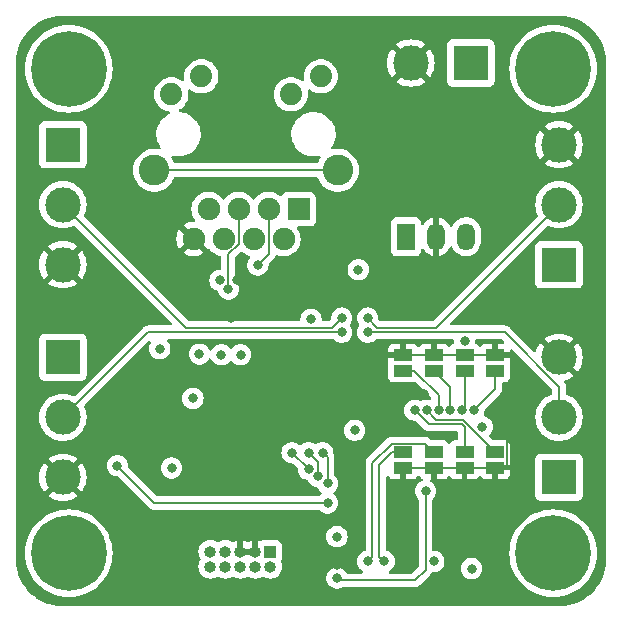
<source format=gbr>
%TF.GenerationSoftware,KiCad,Pcbnew,7.0.6*%
%TF.CreationDate,2024-06-28T04:54:33+09:00*%
%TF.ProjectId,artnet-neopixel,6172746e-6574-42d6-9e65-6f706978656c,rev?*%
%TF.SameCoordinates,Original*%
%TF.FileFunction,Copper,L4,Bot*%
%TF.FilePolarity,Positive*%
%FSLAX46Y46*%
G04 Gerber Fmt 4.6, Leading zero omitted, Abs format (unit mm)*
G04 Created by KiCad (PCBNEW 7.0.6) date 2024-06-28 04:54:33*
%MOMM*%
%LPD*%
G01*
G04 APERTURE LIST*
%TA.AperFunction,ComponentPad*%
%ADD10C,1.890000*%
%TD*%
%TA.AperFunction,ComponentPad*%
%ADD11R,1.900000X1.900000*%
%TD*%
%TA.AperFunction,ComponentPad*%
%ADD12C,1.900000*%
%TD*%
%TA.AperFunction,ComponentPad*%
%ADD13C,2.600000*%
%TD*%
%TA.AperFunction,ComponentPad*%
%ADD14R,3.000000X3.000000*%
%TD*%
%TA.AperFunction,ComponentPad*%
%ADD15C,3.000000*%
%TD*%
%TA.AperFunction,ComponentPad*%
%ADD16R,1.500000X2.300000*%
%TD*%
%TA.AperFunction,ComponentPad*%
%ADD17O,1.500000X2.300000*%
%TD*%
%TA.AperFunction,ComponentPad*%
%ADD18C,6.400000*%
%TD*%
%TA.AperFunction,ComponentPad*%
%ADD19R,1.000000X1.000000*%
%TD*%
%TA.AperFunction,ComponentPad*%
%ADD20O,1.000000X1.000000*%
%TD*%
%TA.AperFunction,SMDPad,CuDef*%
%ADD21R,1.500000X1.000000*%
%TD*%
%TA.AperFunction,ViaPad*%
%ADD22C,0.800000*%
%TD*%
%TA.AperFunction,Conductor*%
%ADD23C,0.150000*%
%TD*%
G04 APERTURE END LIST*
D10*
%TO.P,J7,L1,LEDY_A*%
%TO.N,+3.3V*%
X63175000Y-56650000D03*
%TO.P,J7,L2,LEDY_K*%
%TO.N,Net-(J7-LEDY_K)*%
X65715000Y-55130000D03*
%TO.P,J7,L3,LEDG_K*%
%TO.N,Net-(J7-LEDG_K)*%
X73285000Y-56650000D03*
%TO.P,J7,L4,LEDG_A*%
%TO.N,+3.3V*%
X75825000Y-55130000D03*
D11*
%TO.P,J7,R1,TD+*%
%TO.N,Net-(J7-TD+)*%
X73945000Y-66370000D03*
D12*
%TO.P,J7,R2,TD-*%
%TO.N,Net-(J7-TD-)*%
X72675000Y-68910000D03*
%TO.P,J7,R3,RD+*%
%TO.N,Net-(J7-RD+)*%
X71405000Y-66370000D03*
%TO.P,J7,R4,TCT*%
%TO.N,Net-(J7-TCT)*%
X70135000Y-68910000D03*
%TO.P,J7,R5,RCT*%
%TO.N,Net-(J7-RCT)*%
X68865000Y-66370000D03*
%TO.P,J7,R6,RD-*%
%TO.N,Net-(J7-RD-)*%
X67595000Y-68910000D03*
%TO.P,J7,R7,NC*%
%TO.N,unconnected-(J7-NC-PadR7)*%
X66325000Y-66370000D03*
%TO.P,J7,R8,GND*%
%TO.N,GND*%
X65055000Y-68910000D03*
D13*
%TO.P,J7,SH,SHIELD*%
%TO.N,unconnected-(J7-SHIELD-PadSH)*%
X77275000Y-63080000D03*
X61725000Y-63080000D03*
%TD*%
D14*
%TO.P,J1,1,Pin_1*%
%TO.N,+24V*%
X88540000Y-54000000D03*
D15*
%TO.P,J1,2,Pin_2*%
%TO.N,GND*%
X83460000Y-54000000D03*
%TD*%
D14*
%TO.P,J4,1,Pin_1*%
%TO.N,+24V*%
X96000000Y-89080000D03*
D15*
%TO.P,J4,2,Pin_2*%
%TO.N,Net-(IC1-A6)*%
X96000000Y-84000000D03*
%TO.P,J4,3,Pin_3*%
%TO.N,GND*%
X96000000Y-78920000D03*
%TD*%
D14*
%TO.P,J3,1,Pin_1*%
%TO.N,+24V*%
X96000000Y-71080000D03*
D15*
%TO.P,J3,2,Pin_2*%
%TO.N,Net-(IC1-A5)*%
X96000000Y-66000000D03*
%TO.P,J3,3,Pin_3*%
%TO.N,GND*%
X96000000Y-60920000D03*
%TD*%
D16*
%TO.P,U1,1,IN*%
%TO.N,Net-(D1-K)*%
X83053000Y-68707500D03*
D17*
%TO.P,U1,2,GND*%
%TO.N,GND*%
X85593000Y-68707500D03*
%TO.P,U1,3,OUT*%
%TO.N,+5V*%
X88133000Y-68707500D03*
%TD*%
D18*
%TO.P,H1,1*%
%TO.N,N/C*%
X54500000Y-54500000D03*
%TD*%
D19*
%TO.P,J2,1,Pin_1*%
%TO.N,+3.3V*%
X71550000Y-95375000D03*
D20*
%TO.P,J2,2,Pin_2*%
%TO.N,SWDIO*%
X71550000Y-96645000D03*
%TO.P,J2,3,Pin_3*%
%TO.N,GND*%
X70280000Y-95375000D03*
%TO.P,J2,4,Pin_4*%
%TO.N,SWCLK*%
X70280000Y-96645000D03*
%TO.P,J2,5,Pin_5*%
%TO.N,GND*%
X69010000Y-95375000D03*
%TO.P,J2,6,Pin_6*%
%TO.N,unconnected-(J2-Pin_6-Pad6)*%
X69010000Y-96645000D03*
%TO.P,J2,7,Pin_7*%
%TO.N,unconnected-(J2-Pin_7-Pad7)*%
X67740000Y-95375000D03*
%TO.P,J2,8,Pin_8*%
%TO.N,unconnected-(J2-Pin_8-Pad8)*%
X67740000Y-96645000D03*
%TO.P,J2,9,Pin_9*%
%TO.N,unconnected-(J2-Pin_9-Pad9)*%
X66470000Y-95375000D03*
%TO.P,J2,10,Pin_10*%
%TO.N,NRST*%
X66470000Y-96645000D03*
%TD*%
D18*
%TO.P,H4,1*%
%TO.N,N/C*%
X95500000Y-95500000D03*
%TD*%
%TO.P,H3,1*%
%TO.N,N/C*%
X54500000Y-95500000D03*
%TD*%
%TO.P,H2,1*%
%TO.N,N/C*%
X95500000Y-54500000D03*
%TD*%
D14*
%TO.P,J5,1,Pin_1*%
%TO.N,+24V*%
X54000000Y-78920000D03*
D15*
%TO.P,J5,2,Pin_2*%
%TO.N,Net-(IC1-A7)*%
X54000000Y-84000000D03*
%TO.P,J5,3,Pin_3*%
%TO.N,GND*%
X54000000Y-89080000D03*
%TD*%
D14*
%TO.P,J6,1,Pin_1*%
%TO.N,+24V*%
X54000000Y-60920000D03*
D15*
%TO.P,J6,2,Pin_2*%
%TO.N,Net-(IC1-A8)*%
X54000000Y-66000000D03*
%TO.P,J6,3,Pin_3*%
%TO.N,GND*%
X54000000Y-71080000D03*
%TD*%
D21*
%TO.P,JP8,1,A*%
%TO.N,JP8*%
X82800000Y-86950000D03*
%TO.P,JP8,2,B*%
%TO.N,GND*%
X82800000Y-88250000D03*
%TD*%
%TO.P,JP7,1,A*%
%TO.N,JP7*%
X85400000Y-86950000D03*
%TO.P,JP7,2,B*%
%TO.N,GND*%
X85400000Y-88250000D03*
%TD*%
%TO.P,JP3,1,A*%
%TO.N,JP3*%
X85400000Y-80050000D03*
%TO.P,JP3,2,B*%
%TO.N,GND*%
X85400000Y-78750000D03*
%TD*%
%TO.P,JP5,1,A*%
%TO.N,JP5*%
X90600000Y-86950000D03*
%TO.P,JP5,2,B*%
%TO.N,GND*%
X90600000Y-88250000D03*
%TD*%
%TO.P,JP2,1,A*%
%TO.N,JP2*%
X88000000Y-80050000D03*
%TO.P,JP2,2,B*%
%TO.N,GND*%
X88000000Y-78750000D03*
%TD*%
%TO.P,JP4,1,A*%
%TO.N,JP4*%
X82800000Y-80050000D03*
%TO.P,JP4,2,B*%
%TO.N,GND*%
X82800000Y-78750000D03*
%TD*%
%TO.P,JP6,1,A*%
%TO.N,JP6*%
X88000000Y-86950000D03*
%TO.P,JP6,2,B*%
%TO.N,GND*%
X88000000Y-88250000D03*
%TD*%
%TO.P,JP1,1,A*%
%TO.N,JP1*%
X90600000Y-80050000D03*
%TO.P,JP1,2,B*%
%TO.N,GND*%
X90600000Y-78750000D03*
%TD*%
D22*
%TO.N,+3.3V*%
X79000000Y-71500000D03*
%TO.N,GND*%
X67800000Y-81400000D03*
X60125000Y-96000000D03*
X68199972Y-75599972D03*
X91000000Y-84800000D03*
X77200000Y-96500000D03*
X61400000Y-85300000D03*
X84600000Y-82000000D03*
X68700000Y-72400000D03*
X80800000Y-78000000D03*
X85400000Y-97600000D03*
X76800000Y-72700016D03*
X62100000Y-89800000D03*
X76200000Y-84200000D03*
X91400000Y-95800000D03*
X82000000Y-90500000D03*
X71500000Y-73000000D03*
X64500006Y-73000000D03*
X62600000Y-50500000D03*
X72300000Y-89800000D03*
%TO.N,NRST*%
X77200000Y-97600000D03*
X84700000Y-90250000D03*
%TO.N,+3.3V*%
X75000000Y-75700000D03*
X88600000Y-96800000D03*
X67400000Y-78700000D03*
X78700019Y-85099981D03*
X88000000Y-77500000D03*
X77200000Y-94100000D03*
X67300044Y-72400000D03*
X65000000Y-82400000D03*
X89499990Y-84800000D03*
X69050000Y-78700000D03*
X85400000Y-96200020D03*
X65549967Y-78650049D03*
X63200000Y-88300000D03*
X62200000Y-78200000D03*
%TO.N,Net-(J7-RD+)*%
X70500000Y-71100000D03*
%TO.N,Net-(J7-RCT)*%
X68000000Y-73150003D03*
%TO.N,SCLK*%
X73400008Y-87000000D03*
X74799936Y-88400000D03*
%TO.N,MISO*%
X75600000Y-89000000D03*
X74800000Y-87000000D03*
%TO.N,RUN_LED*%
X76400000Y-91250000D03*
X58600000Y-88100000D03*
%TO.N,Net-(IC1-A5)*%
X79800000Y-75600000D03*
%TO.N,Net-(IC1-A6)*%
X79800000Y-76800000D03*
%TO.N,Net-(IC1-A7)*%
X77600000Y-76800000D03*
%TO.N,Net-(IC1-A8)*%
X77600000Y-75599992D03*
%TO.N,MOSI*%
X76400000Y-89600000D03*
X76000000Y-87000000D03*
%TO.N,JP1*%
X88800000Y-83400000D03*
%TO.N,JP2*%
X87800000Y-83400000D03*
%TO.N,JP3*%
X86800000Y-83400000D03*
%TO.N,JP4*%
X85800000Y-83400000D03*
%TO.N,JP5*%
X84800000Y-83400000D03*
%TO.N,JP6*%
X83800000Y-83400000D03*
%TO.N,JP7*%
X79800000Y-96200000D03*
%TO.N,JP8*%
X81200000Y-96200000D03*
%TD*%
D23*
%TO.N,GND*%
X90600000Y-88250000D02*
X91500000Y-88250000D01*
X88000000Y-78750000D02*
X85400000Y-78750000D01*
X91500000Y-88250000D02*
X91575000Y-88175000D01*
X85400000Y-88250000D02*
X88000000Y-88250000D01*
X81550000Y-78750000D02*
X80800000Y-78000000D01*
X90600000Y-78750000D02*
X88000000Y-78750000D01*
X91575000Y-88175000D02*
X91575000Y-85375000D01*
X82800000Y-88250000D02*
X85400000Y-88250000D01*
X91575000Y-85375000D02*
X91000000Y-84800000D01*
X88000000Y-88250000D02*
X90600000Y-88250000D01*
X82800000Y-78750000D02*
X81550000Y-78750000D01*
X85400000Y-78750000D02*
X82800000Y-78750000D01*
%TO.N,NRST*%
X83800000Y-97800000D02*
X77400000Y-97800000D01*
X84700000Y-90250000D02*
X84700000Y-96900000D01*
X77400000Y-97800000D02*
X77200000Y-97600000D01*
X84700000Y-96900000D02*
X83800000Y-97800000D01*
%TO.N,Net-(J7-RD+)*%
X71405000Y-66370000D02*
X71405000Y-70195000D01*
X71405000Y-70195000D02*
X70500000Y-71100000D01*
%TO.N,Net-(J7-RCT)*%
X68865000Y-69335000D02*
X68865000Y-66370000D01*
X68000000Y-73150003D02*
X68000000Y-70200000D01*
X68000000Y-70200000D02*
X68865000Y-69335000D01*
%TO.N,SCLK*%
X73400008Y-87000072D02*
X73400008Y-87000000D01*
X74799936Y-88400000D02*
X73400008Y-87000072D01*
%TO.N,MISO*%
X75600000Y-87800000D02*
X74800000Y-87000000D01*
X75600000Y-89000000D02*
X75600000Y-87800000D01*
%TO.N,RUN_LED*%
X61750000Y-91250000D02*
X58600000Y-88100000D01*
X76400000Y-91250000D02*
X61750000Y-91250000D01*
%TO.N,unconnected-(J7-SHIELD-PadSH)*%
X61725000Y-63080000D02*
X77275000Y-63080000D01*
%TO.N,Net-(IC1-A5)*%
X80600000Y-76400000D02*
X85600000Y-76400000D01*
X85600000Y-76400000D02*
X96000000Y-66000000D01*
X79800000Y-75600000D02*
X80600000Y-76400000D01*
%TO.N,Net-(IC1-A6)*%
X96000000Y-81400000D02*
X96000000Y-84000000D01*
X79800000Y-76800000D02*
X91400000Y-76800000D01*
X91400000Y-76800000D02*
X96000000Y-81400000D01*
%TO.N,Net-(IC1-A7)*%
X54000000Y-84000000D02*
X61200000Y-76800000D01*
X61200000Y-76800000D02*
X77600000Y-76800000D01*
%TO.N,Net-(IC1-A8)*%
X54000000Y-66000000D02*
X64450000Y-76450000D01*
X64450000Y-76450000D02*
X76749992Y-76450000D01*
X76749992Y-76450000D02*
X77600000Y-75599992D01*
%TO.N,MOSI*%
X76400000Y-89600000D02*
X76400000Y-87400000D01*
X76400000Y-87400000D02*
X76000000Y-87000000D01*
%TO.N,JP1*%
X90600000Y-80050000D02*
X90600000Y-81600000D01*
X90600000Y-81600000D02*
X88800000Y-83400000D01*
%TO.N,JP2*%
X87800000Y-83400000D02*
X88000000Y-83200000D01*
X88000000Y-83200000D02*
X88000000Y-80050000D01*
%TO.N,JP3*%
X86800000Y-83400000D02*
X86800000Y-81450000D01*
X86800000Y-81450000D02*
X85400000Y-80050000D01*
%TO.N,JP4*%
X85800000Y-82150000D02*
X83700000Y-80050000D01*
X85800000Y-83400000D02*
X85800000Y-82150000D01*
X83700000Y-80050000D02*
X82800000Y-80050000D01*
%TO.N,JP5*%
X90600000Y-86950000D02*
X87850000Y-84200000D01*
X87850000Y-84200000D02*
X85600000Y-84200000D01*
X85600000Y-84200000D02*
X84800000Y-83400000D01*
%TO.N,JP6*%
X88000000Y-86950000D02*
X88000000Y-84800000D01*
X85000000Y-84600000D02*
X83800000Y-83400000D01*
X88000000Y-84800000D02*
X87800000Y-84600000D01*
X87800000Y-84600000D02*
X85000000Y-84600000D01*
%TO.N,JP7*%
X81825000Y-86225000D02*
X84675000Y-86225000D01*
X80200000Y-87850000D02*
X81825000Y-86225000D01*
X79800000Y-96200000D02*
X80200000Y-95800000D01*
X80200000Y-95800000D02*
X80200000Y-87850000D01*
X84675000Y-86225000D02*
X85400000Y-86950000D01*
%TO.N,JP8*%
X81200000Y-96200000D02*
X80800000Y-95800000D01*
X80800000Y-88050000D02*
X81900000Y-86950000D01*
X80800000Y-95800000D02*
X80800000Y-88050000D01*
X81900000Y-86950000D02*
X82800000Y-86950000D01*
%TD*%
%TA.AperFunction,Conductor*%
%TO.N,GND*%
G36*
X82993039Y-88019685D02*
G01*
X83038794Y-88072489D01*
X83050000Y-88124000D01*
X83050000Y-89250000D01*
X83597828Y-89250000D01*
X83597844Y-89249999D01*
X83657372Y-89243598D01*
X83657379Y-89243596D01*
X83792086Y-89193354D01*
X83792093Y-89193350D01*
X83907187Y-89107190D01*
X83907190Y-89107187D01*
X83998669Y-88984989D01*
X84000728Y-88986530D01*
X84040570Y-88946687D01*
X84108843Y-88931834D01*
X84174308Y-88956249D01*
X84200045Y-88985951D01*
X84201331Y-88984989D01*
X84292809Y-89107187D01*
X84407121Y-89192762D01*
X84448991Y-89248696D01*
X84453975Y-89318387D01*
X84420489Y-89379710D01*
X84383246Y-89405307D01*
X84247267Y-89465850D01*
X84247265Y-89465851D01*
X84094129Y-89577111D01*
X83967466Y-89717785D01*
X83872821Y-89881715D01*
X83872818Y-89881722D01*
X83814327Y-90061740D01*
X83814326Y-90061744D01*
X83794540Y-90250000D01*
X83814326Y-90438256D01*
X83814327Y-90438259D01*
X83872818Y-90618277D01*
X83872821Y-90618284D01*
X83967467Y-90782216D01*
X84092650Y-90921245D01*
X84122880Y-90984236D01*
X84124500Y-91004217D01*
X84124500Y-96610258D01*
X84104815Y-96677297D01*
X84088181Y-96697939D01*
X83597939Y-97188181D01*
X83536616Y-97221666D01*
X83510258Y-97224500D01*
X81696271Y-97224500D01*
X81629232Y-97204815D01*
X81583477Y-97152011D01*
X81573533Y-97082853D01*
X81602558Y-97019297D01*
X81645832Y-96987221D01*
X81652730Y-96984151D01*
X81805871Y-96872888D01*
X81932533Y-96732216D01*
X82027179Y-96568284D01*
X82085674Y-96388256D01*
X82105460Y-96200000D01*
X82085674Y-96011744D01*
X82027187Y-95831742D01*
X82027181Y-95831722D01*
X82027180Y-95831721D01*
X82027179Y-95831716D01*
X81932533Y-95667784D01*
X81805871Y-95527112D01*
X81769931Y-95501000D01*
X81652734Y-95415851D01*
X81652729Y-95415848D01*
X81479807Y-95338857D01*
X81479800Y-95338854D01*
X81473714Y-95337561D01*
X81412233Y-95304366D01*
X81378459Y-95243201D01*
X81375500Y-95216272D01*
X81375500Y-89054602D01*
X81395185Y-88987563D01*
X81447989Y-88941808D01*
X81517147Y-88931864D01*
X81580703Y-88960889D01*
X81600577Y-88985553D01*
X81601331Y-88984989D01*
X81692809Y-89107187D01*
X81692812Y-89107190D01*
X81807906Y-89193350D01*
X81807913Y-89193354D01*
X81942620Y-89243596D01*
X81942627Y-89243598D01*
X82002155Y-89249999D01*
X82002172Y-89250000D01*
X82550000Y-89250000D01*
X82550000Y-88124000D01*
X82569685Y-88056961D01*
X82622489Y-88011206D01*
X82674000Y-88000000D01*
X82926000Y-88000000D01*
X82993039Y-88019685D01*
G37*
%TD.AperFunction*%
%TA.AperFunction,Conductor*%
G36*
X96001423Y-50000566D02*
G01*
X96040986Y-50002394D01*
X96172950Y-50008495D01*
X96372549Y-50018302D01*
X96378048Y-50018819D01*
X96563357Y-50044668D01*
X96749828Y-50072329D01*
X96754871Y-50073294D01*
X96939341Y-50116681D01*
X97120221Y-50161989D01*
X97124797Y-50163327D01*
X97305568Y-50223916D01*
X97480339Y-50286450D01*
X97484471Y-50288100D01*
X97542986Y-50313936D01*
X97659474Y-50365370D01*
X97826973Y-50444592D01*
X97830601Y-50446457D01*
X97998128Y-50539770D01*
X97998142Y-50539778D01*
X98156964Y-50634972D01*
X98160119Y-50636996D01*
X98318603Y-50745559D01*
X98467377Y-50855897D01*
X98470001Y-50857957D01*
X98618027Y-50980876D01*
X98755321Y-51105314D01*
X98757514Y-51107402D01*
X98892596Y-51242484D01*
X98894695Y-51244688D01*
X99019129Y-51381980D01*
X99142034Y-51529989D01*
X99144109Y-51532632D01*
X99254443Y-51681400D01*
X99363002Y-51839879D01*
X99365032Y-51843044D01*
X99460221Y-52001857D01*
X99553527Y-52169371D01*
X99555410Y-52173034D01*
X99634638Y-52340547D01*
X99711899Y-52515527D01*
X99713558Y-52519685D01*
X99776093Y-52694459D01*
X99836662Y-52875173D01*
X99838018Y-52879812D01*
X99883317Y-53060654D01*
X99926696Y-53245090D01*
X99927672Y-53250189D01*
X99955337Y-53436689D01*
X99981177Y-53621933D01*
X99981697Y-53627459D01*
X99991512Y-53827238D01*
X99999434Y-53998575D01*
X99999500Y-54001439D01*
X99999500Y-95998560D01*
X99999434Y-96001424D01*
X99991512Y-96172761D01*
X99981697Y-96372539D01*
X99981177Y-96378065D01*
X99955337Y-96563310D01*
X99927672Y-96749809D01*
X99926696Y-96754908D01*
X99883317Y-96939345D01*
X99838018Y-97120186D01*
X99836662Y-97124825D01*
X99776093Y-97305540D01*
X99713557Y-97480314D01*
X99711899Y-97484470D01*
X99634638Y-97659452D01*
X99555410Y-97826964D01*
X99553527Y-97830627D01*
X99460221Y-97998142D01*
X99365032Y-98156954D01*
X99363002Y-98160118D01*
X99254437Y-98318608D01*
X99144121Y-98467350D01*
X99142021Y-98470025D01*
X99019132Y-98618016D01*
X98894695Y-98755310D01*
X98892596Y-98757514D01*
X98757514Y-98892596D01*
X98755310Y-98894695D01*
X98618016Y-99019132D01*
X98470025Y-99142021D01*
X98467350Y-99144121D01*
X98318608Y-99254437D01*
X98160118Y-99363002D01*
X98156954Y-99365032D01*
X97998142Y-99460221D01*
X97830627Y-99553527D01*
X97826964Y-99555410D01*
X97659452Y-99634638D01*
X97484470Y-99711899D01*
X97480314Y-99713557D01*
X97305540Y-99776093D01*
X97124825Y-99836662D01*
X97120186Y-99838018D01*
X96939345Y-99883317D01*
X96754908Y-99926696D01*
X96749809Y-99927672D01*
X96563310Y-99955337D01*
X96378065Y-99981177D01*
X96372539Y-99981697D01*
X96172761Y-99991512D01*
X96001424Y-99999434D01*
X95998560Y-99999500D01*
X54001440Y-99999500D01*
X53998576Y-99999434D01*
X53827238Y-99991512D01*
X53627459Y-99981697D01*
X53621933Y-99981177D01*
X53436689Y-99955337D01*
X53250189Y-99927672D01*
X53245090Y-99926696D01*
X53060654Y-99883317D01*
X52879812Y-99838018D01*
X52875173Y-99836662D01*
X52694459Y-99776093D01*
X52519685Y-99713558D01*
X52515527Y-99711899D01*
X52340547Y-99634638D01*
X52173034Y-99555410D01*
X52169371Y-99553527D01*
X52001857Y-99460221D01*
X51843044Y-99365032D01*
X51839879Y-99363002D01*
X51730371Y-99287989D01*
X51681392Y-99254437D01*
X51532632Y-99144109D01*
X51529989Y-99142034D01*
X51381980Y-99019129D01*
X51244688Y-98894695D01*
X51242484Y-98892596D01*
X51107402Y-98757514D01*
X51105314Y-98755321D01*
X50980867Y-98618016D01*
X50857957Y-98470001D01*
X50855897Y-98467377D01*
X50745559Y-98318603D01*
X50653009Y-98183496D01*
X50636996Y-98160119D01*
X50634966Y-98156954D01*
X50620137Y-98132214D01*
X50539778Y-97998142D01*
X50529403Y-97979516D01*
X50446457Y-97830601D01*
X50444588Y-97826964D01*
X50365361Y-97659452D01*
X50288100Y-97484471D01*
X50286450Y-97480339D01*
X50223906Y-97305540D01*
X50163327Y-97124797D01*
X50161989Y-97120221D01*
X50116675Y-96939315D01*
X50111402Y-96916895D01*
X50073294Y-96754871D01*
X50072329Y-96749828D01*
X50044662Y-96563310D01*
X50018819Y-96378048D01*
X50018302Y-96372549D01*
X50008487Y-96172761D01*
X50000566Y-96001423D01*
X50000500Y-95998560D01*
X50000500Y-95500000D01*
X50794422Y-95500000D01*
X50814722Y-95887339D01*
X50875397Y-96270427D01*
X50875397Y-96270429D01*
X50975788Y-96645094D01*
X51114787Y-97007197D01*
X51290877Y-97352793D01*
X51502122Y-97678082D01*
X51591342Y-97788259D01*
X51746219Y-97979516D01*
X52020484Y-98253781D01*
X52100520Y-98318593D01*
X52321917Y-98497877D01*
X52506915Y-98618016D01*
X52647211Y-98709125D01*
X52992806Y-98885214D01*
X53354913Y-99024214D01*
X53729567Y-99124602D01*
X54112662Y-99185278D01*
X54478576Y-99204455D01*
X54499999Y-99205578D01*
X54500000Y-99205578D01*
X54500001Y-99205578D01*
X54520300Y-99204514D01*
X54887338Y-99185278D01*
X55270433Y-99124602D01*
X55645087Y-99024214D01*
X56007194Y-98885214D01*
X56352789Y-98709125D01*
X56678084Y-98497876D01*
X56979516Y-98253781D01*
X57253781Y-97979516D01*
X57497876Y-97678084D01*
X57709125Y-97352789D01*
X57885214Y-97007194D01*
X58024214Y-96645087D01*
X58024237Y-96645000D01*
X65464659Y-96645000D01*
X65483975Y-96841129D01*
X65541188Y-97029733D01*
X65634086Y-97203532D01*
X65634090Y-97203539D01*
X65759116Y-97355883D01*
X65911460Y-97480909D01*
X65911467Y-97480913D01*
X66085266Y-97573811D01*
X66085269Y-97573811D01*
X66085273Y-97573814D01*
X66273868Y-97631024D01*
X66470000Y-97650341D01*
X66666132Y-97631024D01*
X66854727Y-97573814D01*
X67028538Y-97480910D01*
X67028544Y-97480904D01*
X67033607Y-97477523D01*
X67034703Y-97479164D01*
X67090639Y-97455405D01*
X67159507Y-97467194D01*
X67176148Y-97477888D01*
X67176393Y-97477523D01*
X67181458Y-97480907D01*
X67181462Y-97480910D01*
X67355273Y-97573814D01*
X67543868Y-97631024D01*
X67740000Y-97650341D01*
X67936132Y-97631024D01*
X68124727Y-97573814D01*
X68298538Y-97480910D01*
X68298544Y-97480904D01*
X68303607Y-97477523D01*
X68304703Y-97479164D01*
X68360639Y-97455405D01*
X68429507Y-97467194D01*
X68446148Y-97477888D01*
X68446393Y-97477523D01*
X68451458Y-97480907D01*
X68451462Y-97480910D01*
X68625273Y-97573814D01*
X68813868Y-97631024D01*
X69010000Y-97650341D01*
X69206132Y-97631024D01*
X69394727Y-97573814D01*
X69568538Y-97480910D01*
X69568544Y-97480904D01*
X69573607Y-97477523D01*
X69574703Y-97479164D01*
X69630639Y-97455405D01*
X69699507Y-97467194D01*
X69716148Y-97477888D01*
X69716393Y-97477523D01*
X69721458Y-97480907D01*
X69721462Y-97480910D01*
X69895273Y-97573814D01*
X70083868Y-97631024D01*
X70280000Y-97650341D01*
X70476132Y-97631024D01*
X70664727Y-97573814D01*
X70838538Y-97480910D01*
X70838544Y-97480904D01*
X70843607Y-97477523D01*
X70844703Y-97479164D01*
X70900639Y-97455405D01*
X70969507Y-97467194D01*
X70986148Y-97477888D01*
X70986393Y-97477523D01*
X70991458Y-97480907D01*
X70991462Y-97480910D01*
X71165273Y-97573814D01*
X71353868Y-97631024D01*
X71550000Y-97650341D01*
X71746132Y-97631024D01*
X71848404Y-97600000D01*
X76294540Y-97600000D01*
X76314326Y-97788256D01*
X76314327Y-97788259D01*
X76372818Y-97968277D01*
X76372821Y-97968284D01*
X76467467Y-98132216D01*
X76537912Y-98210453D01*
X76594129Y-98272888D01*
X76747265Y-98384148D01*
X76747270Y-98384151D01*
X76920192Y-98461142D01*
X76920197Y-98461144D01*
X77105354Y-98500500D01*
X77105355Y-98500500D01*
X77294644Y-98500500D01*
X77294646Y-98500500D01*
X77479803Y-98461144D01*
X77594141Y-98410237D01*
X77648082Y-98386221D01*
X77698518Y-98375500D01*
X83758219Y-98375500D01*
X83766317Y-98376030D01*
X83786734Y-98378718D01*
X83799999Y-98380465D01*
X83800000Y-98380465D01*
X83835785Y-98375754D01*
X83835809Y-98375751D01*
X83837715Y-98375500D01*
X83837720Y-98375500D01*
X83950236Y-98360687D01*
X84090233Y-98302698D01*
X84090232Y-98302697D01*
X84188358Y-98227405D01*
X84188370Y-98227394D01*
X84210449Y-98210453D01*
X84210451Y-98210451D01*
X84231138Y-98183489D01*
X84236480Y-98177398D01*
X85077398Y-97336480D01*
X85083489Y-97331138D01*
X85110451Y-97310451D01*
X85114220Y-97305540D01*
X85127394Y-97288370D01*
X85127405Y-97288358D01*
X85192488Y-97203539D01*
X85202698Y-97190233D01*
X85208151Y-97177067D01*
X85251990Y-97122665D01*
X85318284Y-97100599D01*
X85322712Y-97100520D01*
X85494644Y-97100520D01*
X85494646Y-97100520D01*
X85679803Y-97061164D01*
X85852730Y-96984171D01*
X86005871Y-96872908D01*
X86071518Y-96800000D01*
X87694540Y-96800000D01*
X87714326Y-96988256D01*
X87714327Y-96988259D01*
X87772818Y-97168277D01*
X87772821Y-97168284D01*
X87867467Y-97332216D01*
X87939071Y-97411740D01*
X87994129Y-97472888D01*
X88147265Y-97584148D01*
X88147270Y-97584151D01*
X88320192Y-97661142D01*
X88320197Y-97661144D01*
X88505354Y-97700500D01*
X88505355Y-97700500D01*
X88694644Y-97700500D01*
X88694646Y-97700500D01*
X88879803Y-97661144D01*
X89052730Y-97584151D01*
X89205871Y-97472888D01*
X89332533Y-97332216D01*
X89427179Y-97168284D01*
X89485674Y-96988256D01*
X89505460Y-96800000D01*
X89485674Y-96611744D01*
X89427179Y-96431716D01*
X89332533Y-96267784D01*
X89205871Y-96127112D01*
X89203486Y-96125379D01*
X89052734Y-96015851D01*
X89052729Y-96015848D01*
X88879807Y-95938857D01*
X88879802Y-95938855D01*
X88734001Y-95907865D01*
X88694646Y-95899500D01*
X88505354Y-95899500D01*
X88472897Y-95906398D01*
X88320197Y-95938855D01*
X88320192Y-95938857D01*
X88147270Y-96015848D01*
X88147265Y-96015851D01*
X87994129Y-96127111D01*
X87867466Y-96267785D01*
X87772821Y-96431715D01*
X87772818Y-96431722D01*
X87714809Y-96610258D01*
X87714326Y-96611744D01*
X87694540Y-96800000D01*
X86071518Y-96800000D01*
X86132533Y-96732236D01*
X86227179Y-96568304D01*
X86285674Y-96388276D01*
X86305460Y-96200020D01*
X86285674Y-96011764D01*
X86227179Y-95831736D01*
X86132533Y-95667804D01*
X86005871Y-95527132D01*
X86005870Y-95527131D01*
X85968527Y-95500000D01*
X91794422Y-95500000D01*
X91814722Y-95887339D01*
X91875397Y-96270427D01*
X91875397Y-96270429D01*
X91975788Y-96645094D01*
X92114787Y-97007197D01*
X92290877Y-97352793D01*
X92502122Y-97678082D01*
X92591342Y-97788259D01*
X92746219Y-97979516D01*
X93020484Y-98253781D01*
X93100520Y-98318593D01*
X93321917Y-98497877D01*
X93506915Y-98618016D01*
X93647211Y-98709125D01*
X93992806Y-98885214D01*
X94354913Y-99024214D01*
X94729567Y-99124602D01*
X95112662Y-99185278D01*
X95478576Y-99204455D01*
X95499999Y-99205578D01*
X95500000Y-99205578D01*
X95500001Y-99205578D01*
X95520301Y-99204514D01*
X95887338Y-99185278D01*
X96270433Y-99124602D01*
X96645087Y-99024214D01*
X97007194Y-98885214D01*
X97352789Y-98709125D01*
X97678084Y-98497876D01*
X97979516Y-98253781D01*
X98253781Y-97979516D01*
X98497876Y-97678084D01*
X98709125Y-97352789D01*
X98885214Y-97007194D01*
X99024214Y-96645087D01*
X99124602Y-96270433D01*
X99185278Y-95887338D01*
X99205578Y-95500000D01*
X99185278Y-95112662D01*
X99124602Y-94729567D01*
X99024214Y-94354913D01*
X98885214Y-93992806D01*
X98709125Y-93647211D01*
X98566191Y-93427112D01*
X98497877Y-93321917D01*
X98253784Y-93020488D01*
X98253781Y-93020484D01*
X97979516Y-92746219D01*
X97678084Y-92502124D01*
X97678082Y-92502122D01*
X97352793Y-92290877D01*
X97007197Y-92114787D01*
X96645094Y-91975788D01*
X96645087Y-91975786D01*
X96270433Y-91875398D01*
X96270429Y-91875397D01*
X96270428Y-91875397D01*
X95887339Y-91814722D01*
X95500001Y-91794422D01*
X95499999Y-91794422D01*
X95112660Y-91814722D01*
X94729572Y-91875397D01*
X94729570Y-91875397D01*
X94354905Y-91975788D01*
X93992802Y-92114787D01*
X93647206Y-92290877D01*
X93321917Y-92502122D01*
X93020488Y-92746215D01*
X93020480Y-92746222D01*
X92746222Y-93020480D01*
X92746215Y-93020488D01*
X92502122Y-93321917D01*
X92290877Y-93647206D01*
X92114787Y-93992802D01*
X91975788Y-94354905D01*
X91875397Y-94729570D01*
X91875397Y-94729572D01*
X91814722Y-95112660D01*
X91794422Y-95499999D01*
X91794422Y-95500000D01*
X85968527Y-95500000D01*
X85852734Y-95415871D01*
X85852729Y-95415868D01*
X85679807Y-95338877D01*
X85679802Y-95338875D01*
X85524497Y-95305865D01*
X85494646Y-95299520D01*
X85399500Y-95299520D01*
X85332461Y-95279835D01*
X85286706Y-95227031D01*
X85275500Y-95175520D01*
X85275500Y-91004217D01*
X85295185Y-90937178D01*
X85307350Y-90921245D01*
X85432533Y-90782216D01*
X85521645Y-90627870D01*
X93999500Y-90627870D01*
X93999501Y-90627876D01*
X94005908Y-90687483D01*
X94056202Y-90822328D01*
X94056206Y-90822335D01*
X94142452Y-90937544D01*
X94142455Y-90937547D01*
X94257664Y-91023793D01*
X94257671Y-91023797D01*
X94392517Y-91074091D01*
X94392516Y-91074091D01*
X94399444Y-91074835D01*
X94452127Y-91080500D01*
X97547872Y-91080499D01*
X97607483Y-91074091D01*
X97742331Y-91023796D01*
X97857546Y-90937546D01*
X97943796Y-90822331D01*
X97994091Y-90687483D01*
X98000500Y-90627873D01*
X98000499Y-87532128D01*
X97994091Y-87472517D01*
X97993467Y-87470845D01*
X97943797Y-87337671D01*
X97943793Y-87337664D01*
X97857547Y-87222455D01*
X97857544Y-87222452D01*
X97742335Y-87136206D01*
X97742328Y-87136202D01*
X97607482Y-87085908D01*
X97607483Y-87085908D01*
X97547883Y-87079501D01*
X97547881Y-87079500D01*
X97547873Y-87079500D01*
X97547864Y-87079500D01*
X94452129Y-87079500D01*
X94452123Y-87079501D01*
X94392516Y-87085908D01*
X94257671Y-87136202D01*
X94257664Y-87136206D01*
X94142455Y-87222452D01*
X94142452Y-87222455D01*
X94056206Y-87337664D01*
X94056202Y-87337671D01*
X94005908Y-87472517D01*
X93999501Y-87532116D01*
X93999500Y-87532127D01*
X93999500Y-90627870D01*
X85521645Y-90627870D01*
X85527179Y-90618284D01*
X85585674Y-90438256D01*
X85605460Y-90250000D01*
X85585674Y-90061744D01*
X85527179Y-89881716D01*
X85432533Y-89717784D01*
X85305871Y-89577112D01*
X85305870Y-89577111D01*
X85147473Y-89462029D01*
X85148439Y-89460698D01*
X85105894Y-89416085D01*
X85092666Y-89347479D01*
X85118628Y-89282612D01*
X85128425Y-89271574D01*
X85150000Y-89249999D01*
X85150000Y-88124000D01*
X85169685Y-88056961D01*
X85222489Y-88011206D01*
X85274000Y-88000000D01*
X85526000Y-88000000D01*
X85593039Y-88019685D01*
X85638794Y-88072489D01*
X85650000Y-88124000D01*
X85650000Y-89250000D01*
X86197828Y-89250000D01*
X86197844Y-89249999D01*
X86257372Y-89243598D01*
X86257379Y-89243596D01*
X86392086Y-89193354D01*
X86392093Y-89193350D01*
X86507187Y-89107190D01*
X86507190Y-89107187D01*
X86598669Y-88984989D01*
X86600728Y-88986530D01*
X86640570Y-88946687D01*
X86708843Y-88931834D01*
X86774308Y-88956249D01*
X86800045Y-88985951D01*
X86801331Y-88984989D01*
X86892809Y-89107187D01*
X86892812Y-89107190D01*
X87007906Y-89193350D01*
X87007913Y-89193354D01*
X87142620Y-89243596D01*
X87142627Y-89243598D01*
X87202155Y-89249999D01*
X87202172Y-89250000D01*
X87750000Y-89250000D01*
X87750000Y-88124000D01*
X87769685Y-88056961D01*
X87822489Y-88011206D01*
X87874000Y-88000000D01*
X88126000Y-88000000D01*
X88193039Y-88019685D01*
X88238794Y-88072489D01*
X88250000Y-88124000D01*
X88250000Y-89250000D01*
X88797828Y-89250000D01*
X88797844Y-89249999D01*
X88857372Y-89243598D01*
X88857379Y-89243596D01*
X88992086Y-89193354D01*
X88992093Y-89193350D01*
X89107187Y-89107190D01*
X89107190Y-89107187D01*
X89198669Y-88984989D01*
X89200728Y-88986530D01*
X89240570Y-88946687D01*
X89308843Y-88931834D01*
X89374308Y-88956249D01*
X89400045Y-88985951D01*
X89401331Y-88984989D01*
X89492809Y-89107187D01*
X89492812Y-89107190D01*
X89607906Y-89193350D01*
X89607913Y-89193354D01*
X89742620Y-89243596D01*
X89742627Y-89243598D01*
X89802155Y-89249999D01*
X89802172Y-89250000D01*
X90350000Y-89250000D01*
X90350000Y-88500000D01*
X90850000Y-88500000D01*
X90850000Y-89250000D01*
X91397828Y-89250000D01*
X91397844Y-89249999D01*
X91457372Y-89243598D01*
X91457379Y-89243596D01*
X91592086Y-89193354D01*
X91592093Y-89193350D01*
X91707187Y-89107190D01*
X91707190Y-89107187D01*
X91793350Y-88992093D01*
X91793354Y-88992086D01*
X91843596Y-88857379D01*
X91843598Y-88857372D01*
X91849999Y-88797844D01*
X91850000Y-88797827D01*
X91850000Y-88500000D01*
X90850000Y-88500000D01*
X90350000Y-88500000D01*
X90350000Y-88124000D01*
X90369685Y-88056961D01*
X90422489Y-88011206D01*
X90474000Y-88000000D01*
X91850000Y-88000000D01*
X91850000Y-87702172D01*
X91849999Y-87702155D01*
X91843598Y-87642627D01*
X91841814Y-87635076D01*
X91843459Y-87634687D01*
X91839143Y-87574361D01*
X91844058Y-87557619D01*
X91844091Y-87557481D01*
X91850500Y-87497873D01*
X91850499Y-86402128D01*
X91844091Y-86342517D01*
X91839872Y-86331206D01*
X91793797Y-86207671D01*
X91793793Y-86207664D01*
X91707547Y-86092455D01*
X91707544Y-86092452D01*
X91592335Y-86006206D01*
X91592328Y-86006202D01*
X91457482Y-85955908D01*
X91457483Y-85955908D01*
X91397883Y-85949501D01*
X91397881Y-85949500D01*
X91397873Y-85949500D01*
X91397865Y-85949500D01*
X90464742Y-85949500D01*
X90397703Y-85929815D01*
X90377061Y-85913181D01*
X90108951Y-85645071D01*
X90075466Y-85583748D01*
X90080450Y-85514056D01*
X90104483Y-85474417D01*
X90105857Y-85472890D01*
X90105861Y-85472888D01*
X90232523Y-85332216D01*
X90327169Y-85168284D01*
X90385664Y-84988256D01*
X90405450Y-84800000D01*
X90385664Y-84611744D01*
X90327169Y-84431716D01*
X90232523Y-84267784D01*
X90105861Y-84127112D01*
X90105860Y-84127111D01*
X89952724Y-84015851D01*
X89952719Y-84015848D01*
X89779797Y-83938857D01*
X89779792Y-83938855D01*
X89719903Y-83926126D01*
X89658421Y-83892934D01*
X89624645Y-83831771D01*
X89627753Y-83766518D01*
X89644633Y-83714566D01*
X89685674Y-83588256D01*
X89705460Y-83400000D01*
X89702932Y-83375947D01*
X89715502Y-83307218D01*
X89738569Y-83275309D01*
X90977398Y-82036480D01*
X90983489Y-82031138D01*
X91010451Y-82010451D01*
X91023508Y-81993435D01*
X91027394Y-81988370D01*
X91027405Y-81988358D01*
X91102698Y-81890233D01*
X91111997Y-81867784D01*
X91160687Y-81750236D01*
X91163731Y-81727112D01*
X91175500Y-81637720D01*
X91175499Y-81637719D01*
X91176700Y-81628604D01*
X91176700Y-81628590D01*
X91180465Y-81600001D01*
X91180465Y-81600000D01*
X91176030Y-81566317D01*
X91175499Y-81558214D01*
X91175500Y-81174499D01*
X91195185Y-81107459D01*
X91247989Y-81061704D01*
X91299500Y-81050499D01*
X91397871Y-81050499D01*
X91397872Y-81050499D01*
X91457483Y-81044091D01*
X91592331Y-80993796D01*
X91707546Y-80907546D01*
X91793796Y-80792331D01*
X91844091Y-80657483D01*
X91850500Y-80597873D01*
X91850499Y-79502128D01*
X91844091Y-79442517D01*
X91844091Y-79442516D01*
X91842307Y-79434966D01*
X91843559Y-79434669D01*
X91839145Y-79372924D01*
X91843132Y-79359346D01*
X91843598Y-79357375D01*
X91849999Y-79297844D01*
X91850000Y-79297827D01*
X91850000Y-79000000D01*
X90474000Y-79000000D01*
X90406961Y-78980315D01*
X90361206Y-78927511D01*
X90350000Y-78876000D01*
X90350000Y-77750000D01*
X89802155Y-77750000D01*
X89742627Y-77756401D01*
X89742620Y-77756403D01*
X89607913Y-77806645D01*
X89607906Y-77806649D01*
X89492812Y-77892809D01*
X89492809Y-77892812D01*
X89401331Y-78015011D01*
X89399272Y-78013469D01*
X89359418Y-78053318D01*
X89291143Y-78068164D01*
X89225681Y-78043742D01*
X89199952Y-78014049D01*
X89198669Y-78015011D01*
X89107190Y-77892812D01*
X89107187Y-77892809D01*
X88992092Y-77806648D01*
X88967742Y-77797566D01*
X88911810Y-77755694D01*
X88887394Y-77690229D01*
X88887756Y-77668439D01*
X88905460Y-77500000D01*
X88905460Y-77499996D01*
X88905460Y-77499500D01*
X88905541Y-77499223D01*
X88906139Y-77493536D01*
X88907179Y-77493645D01*
X88925145Y-77432461D01*
X88977949Y-77386706D01*
X89029460Y-77375500D01*
X91110258Y-77375500D01*
X91177297Y-77395185D01*
X91197939Y-77411819D01*
X91324439Y-77538319D01*
X91357924Y-77599642D01*
X91352940Y-77669334D01*
X91311068Y-77725267D01*
X91245604Y-77749684D01*
X91236758Y-77750000D01*
X90850000Y-77750000D01*
X90850000Y-78500000D01*
X91850000Y-78500000D01*
X91850000Y-78363241D01*
X91869685Y-78296202D01*
X91922489Y-78250447D01*
X91991647Y-78240503D01*
X92055203Y-78269528D01*
X92061666Y-78275546D01*
X93790167Y-80004047D01*
X95388181Y-81602061D01*
X95421666Y-81663384D01*
X95424500Y-81689742D01*
X95424500Y-81993435D01*
X95404815Y-82060474D01*
X95352011Y-82106229D01*
X95343834Y-82109617D01*
X95166833Y-82175635D01*
X94915690Y-82312770D01*
X94915682Y-82312775D01*
X94686612Y-82484254D01*
X94686594Y-82484270D01*
X94484270Y-82686594D01*
X94484254Y-82686612D01*
X94312775Y-82915682D01*
X94312770Y-82915690D01*
X94175635Y-83166833D01*
X94075628Y-83434962D01*
X94014804Y-83714566D01*
X93994390Y-83999998D01*
X93994390Y-84000001D01*
X94014804Y-84285433D01*
X94075628Y-84565037D01*
X94075630Y-84565043D01*
X94075631Y-84565046D01*
X94137789Y-84731697D01*
X94175635Y-84833166D01*
X94312770Y-85084309D01*
X94312774Y-85084315D01*
X94484254Y-85313387D01*
X94484270Y-85313405D01*
X94686594Y-85515729D01*
X94686612Y-85515745D01*
X94915682Y-85687224D01*
X94915690Y-85687229D01*
X95166833Y-85824364D01*
X95166832Y-85824364D01*
X95166836Y-85824365D01*
X95166839Y-85824367D01*
X95434954Y-85924369D01*
X95434960Y-85924370D01*
X95434962Y-85924371D01*
X95714566Y-85985195D01*
X95714568Y-85985195D01*
X95714572Y-85985196D01*
X95968220Y-86003337D01*
X95999999Y-86005610D01*
X96000000Y-86005610D01*
X96000001Y-86005610D01*
X96028595Y-86003564D01*
X96285428Y-85985196D01*
X96449521Y-85949500D01*
X96565037Y-85924371D01*
X96565037Y-85924370D01*
X96565046Y-85924369D01*
X96833161Y-85824367D01*
X97084315Y-85687226D01*
X97313395Y-85515739D01*
X97515739Y-85313395D01*
X97687226Y-85084315D01*
X97824367Y-84833161D01*
X97924369Y-84565046D01*
X97978582Y-84315832D01*
X97985195Y-84285433D01*
X97985195Y-84285432D01*
X97985196Y-84285428D01*
X98004476Y-84015851D01*
X98005610Y-84000001D01*
X98005610Y-83999998D01*
X97998422Y-83899500D01*
X97985196Y-83714572D01*
X97957718Y-83588259D01*
X97924371Y-83434962D01*
X97924370Y-83434960D01*
X97924369Y-83434954D01*
X97824367Y-83166839D01*
X97761737Y-83052142D01*
X97687229Y-82915690D01*
X97687224Y-82915682D01*
X97515745Y-82686612D01*
X97515729Y-82686594D01*
X97313405Y-82484270D01*
X97313387Y-82484254D01*
X97084317Y-82312775D01*
X97084309Y-82312770D01*
X96833166Y-82175635D01*
X96825093Y-82172624D01*
X96656165Y-82109616D01*
X96600233Y-82067745D01*
X96575816Y-82002281D01*
X96575500Y-81993435D01*
X96575500Y-81441780D01*
X96576031Y-81433678D01*
X96578848Y-81412285D01*
X96580465Y-81400000D01*
X96575766Y-81364313D01*
X96575765Y-81364294D01*
X96568651Y-81310258D01*
X96560687Y-81249764D01*
X96502698Y-81109767D01*
X96455772Y-81048612D01*
X96430579Y-80983443D01*
X96444618Y-80914999D01*
X96493432Y-80865009D01*
X96527794Y-80851960D01*
X96564898Y-80843889D01*
X96832958Y-80743908D01*
X97084047Y-80606803D01*
X97226561Y-80500116D01*
X97226562Y-80500115D01*
X96333747Y-79607300D01*
X96343409Y-79603784D01*
X96491844Y-79506157D01*
X96613764Y-79376930D01*
X96685768Y-79252215D01*
X97580115Y-80146562D01*
X97580116Y-80146561D01*
X97686803Y-80004047D01*
X97823908Y-79752958D01*
X97923890Y-79484895D01*
X97984699Y-79205362D01*
X98005108Y-78920001D01*
X98005108Y-78919998D01*
X97984699Y-78634637D01*
X97923890Y-78355104D01*
X97823908Y-78087041D01*
X97686808Y-77835961D01*
X97686807Y-77835960D01*
X97580115Y-77693436D01*
X96684803Y-78588747D01*
X96662660Y-78537413D01*
X96556567Y-78394906D01*
X96420470Y-78280706D01*
X96330781Y-78235663D01*
X97226562Y-77339883D01*
X97226561Y-77339882D01*
X97084046Y-77233196D01*
X97084038Y-77233191D01*
X96832957Y-77096091D01*
X96832958Y-77096091D01*
X96564895Y-76996109D01*
X96285362Y-76935300D01*
X96000001Y-76914891D01*
X95999999Y-76914891D01*
X95714637Y-76935300D01*
X95435104Y-76996109D01*
X95167041Y-77096091D01*
X94915961Y-77233191D01*
X94915953Y-77233196D01*
X94773436Y-77339882D01*
X94773436Y-77339883D01*
X95666251Y-78232699D01*
X95656591Y-78236216D01*
X95508156Y-78333843D01*
X95386236Y-78463070D01*
X95314231Y-78587785D01*
X94419882Y-77693436D01*
X94313196Y-77835953D01*
X94313191Y-77835961D01*
X94176091Y-78087041D01*
X94076108Y-78355106D01*
X94069505Y-78385460D01*
X94036019Y-78446782D01*
X93974694Y-78480265D01*
X93905003Y-78475278D01*
X93860659Y-78446779D01*
X91836489Y-76422609D01*
X91831136Y-76416506D01*
X91828486Y-76413053D01*
X91810451Y-76389549D01*
X91810449Y-76389547D01*
X91810448Y-76389546D01*
X91781963Y-76367689D01*
X91781952Y-76367680D01*
X91706476Y-76309765D01*
X91697697Y-76300392D01*
X91550239Y-76239314D01*
X91550237Y-76239313D01*
X91550236Y-76239313D01*
X91496906Y-76232291D01*
X91434098Y-76224023D01*
X91434083Y-76224021D01*
X91407196Y-76220482D01*
X91400000Y-76219535D01*
X91399999Y-76219535D01*
X91399998Y-76219535D01*
X91380965Y-76222040D01*
X91366317Y-76223969D01*
X91358219Y-76224500D01*
X86888742Y-76224500D01*
X86821703Y-76204815D01*
X86775948Y-76152011D01*
X86766004Y-76082853D01*
X86795029Y-76019297D01*
X86801061Y-76012819D01*
X88802735Y-74011145D01*
X90186010Y-72627870D01*
X93999500Y-72627870D01*
X93999501Y-72627876D01*
X94005908Y-72687483D01*
X94056202Y-72822328D01*
X94056206Y-72822335D01*
X94142452Y-72937544D01*
X94142455Y-72937547D01*
X94257664Y-73023793D01*
X94257671Y-73023797D01*
X94392517Y-73074091D01*
X94392516Y-73074091D01*
X94399444Y-73074835D01*
X94452127Y-73080500D01*
X97547872Y-73080499D01*
X97607483Y-73074091D01*
X97742331Y-73023796D01*
X97857546Y-72937546D01*
X97943796Y-72822331D01*
X97994091Y-72687483D01*
X98000500Y-72627873D01*
X98000499Y-69532128D01*
X97994091Y-69472517D01*
X97982531Y-69441524D01*
X97943797Y-69337671D01*
X97943793Y-69337664D01*
X97857547Y-69222455D01*
X97857544Y-69222452D01*
X97742335Y-69136206D01*
X97742328Y-69136202D01*
X97607482Y-69085908D01*
X97607483Y-69085908D01*
X97547883Y-69079501D01*
X97547881Y-69079500D01*
X97547873Y-69079500D01*
X97547864Y-69079500D01*
X94452129Y-69079500D01*
X94452123Y-69079501D01*
X94392516Y-69085908D01*
X94257671Y-69136202D01*
X94257664Y-69136206D01*
X94142455Y-69222452D01*
X94142452Y-69222455D01*
X94056206Y-69337664D01*
X94056202Y-69337671D01*
X94005908Y-69472517D01*
X93999983Y-69527635D01*
X93999501Y-69532123D01*
X93999500Y-69532135D01*
X93999500Y-72627870D01*
X90186010Y-72627870D01*
X94986506Y-67827372D01*
X95047827Y-67793889D01*
X95117519Y-67798873D01*
X95133606Y-67806220D01*
X95166839Y-67824367D01*
X95434954Y-67924369D01*
X95434960Y-67924370D01*
X95434962Y-67924371D01*
X95714566Y-67985195D01*
X95714568Y-67985195D01*
X95714572Y-67985196D01*
X95968220Y-68003337D01*
X95999999Y-68005610D01*
X96000000Y-68005610D01*
X96000001Y-68005610D01*
X96028595Y-68003564D01*
X96285428Y-67985196D01*
X96565046Y-67924369D01*
X96833161Y-67824367D01*
X97084315Y-67687226D01*
X97313395Y-67515739D01*
X97515739Y-67313395D01*
X97687226Y-67084315D01*
X97824367Y-66833161D01*
X97924369Y-66565046D01*
X97924371Y-66565037D01*
X97985195Y-66285433D01*
X97985195Y-66285432D01*
X97985196Y-66285428D01*
X98005610Y-66000000D01*
X97985196Y-65714572D01*
X97977081Y-65677270D01*
X97924371Y-65434962D01*
X97924370Y-65434960D01*
X97924369Y-65434954D01*
X97824367Y-65166839D01*
X97816009Y-65151533D01*
X97687229Y-64915690D01*
X97687224Y-64915682D01*
X97515745Y-64686612D01*
X97515729Y-64686594D01*
X97313405Y-64484270D01*
X97313387Y-64484254D01*
X97084317Y-64312775D01*
X97084309Y-64312770D01*
X96833166Y-64175635D01*
X96833167Y-64175635D01*
X96725914Y-64135632D01*
X96565046Y-64075631D01*
X96565043Y-64075630D01*
X96565037Y-64075628D01*
X96285433Y-64014804D01*
X96000001Y-63994390D01*
X95999999Y-63994390D01*
X95714566Y-64014804D01*
X95434962Y-64075628D01*
X95166833Y-64175635D01*
X94915690Y-64312770D01*
X94915682Y-64312775D01*
X94686612Y-64484254D01*
X94686594Y-64484270D01*
X94484270Y-64686594D01*
X94484254Y-64686612D01*
X94312775Y-64915682D01*
X94312770Y-64915690D01*
X94175635Y-65166833D01*
X94075628Y-65434962D01*
X94014804Y-65714566D01*
X93994390Y-65999998D01*
X93994390Y-66000001D01*
X94014804Y-66285433D01*
X94075628Y-66565037D01*
X94175634Y-66833163D01*
X94193775Y-66866385D01*
X94208627Y-66934658D01*
X94184211Y-67000123D01*
X94172624Y-67013494D01*
X85397939Y-75788181D01*
X85336616Y-75821666D01*
X85310258Y-75824500D01*
X80889742Y-75824500D01*
X80822703Y-75804815D01*
X80802061Y-75788181D01*
X80738572Y-75724692D01*
X80705087Y-75663369D01*
X80702932Y-75624049D01*
X80702933Y-75624044D01*
X80705460Y-75600000D01*
X80685674Y-75411744D01*
X80627179Y-75231716D01*
X80532533Y-75067784D01*
X80405871Y-74927112D01*
X80390369Y-74915849D01*
X80252734Y-74815851D01*
X80252729Y-74815848D01*
X80079807Y-74738857D01*
X80079802Y-74738855D01*
X79934000Y-74707865D01*
X79894646Y-74699500D01*
X79705354Y-74699500D01*
X79672897Y-74706398D01*
X79520197Y-74738855D01*
X79520192Y-74738857D01*
X79347270Y-74815848D01*
X79347265Y-74815851D01*
X79194129Y-74927111D01*
X79067466Y-75067785D01*
X78972821Y-75231715D01*
X78972818Y-75231722D01*
X78914327Y-75411740D01*
X78914326Y-75411744D01*
X78894540Y-75600000D01*
X78914326Y-75788256D01*
X78914327Y-75788259D01*
X78972818Y-75968277D01*
X78972821Y-75968284D01*
X79070716Y-76137844D01*
X79068150Y-76139325D01*
X79087250Y-76193098D01*
X79071327Y-76261129D01*
X79070680Y-76262135D01*
X79070716Y-76262156D01*
X78972821Y-76431715D01*
X78972818Y-76431722D01*
X78914327Y-76611740D01*
X78914326Y-76611744D01*
X78894540Y-76800000D01*
X78914326Y-76988256D01*
X78914327Y-76988259D01*
X78972818Y-77168277D01*
X78972821Y-77168284D01*
X79067467Y-77332216D01*
X79124165Y-77395185D01*
X79194129Y-77472888D01*
X79347265Y-77584148D01*
X79347270Y-77584151D01*
X79520192Y-77661142D01*
X79520197Y-77661144D01*
X79705354Y-77700500D01*
X79705355Y-77700500D01*
X79894644Y-77700500D01*
X79894646Y-77700500D01*
X80079803Y-77661144D01*
X80252730Y-77584151D01*
X80405871Y-77472888D01*
X80456618Y-77416527D01*
X80516105Y-77379879D01*
X80548768Y-77375500D01*
X86970540Y-77375500D01*
X87037579Y-77395185D01*
X87083334Y-77447989D01*
X87093256Y-77493600D01*
X87093861Y-77493537D01*
X87094438Y-77499035D01*
X87094540Y-77499500D01*
X87094540Y-77499996D01*
X87094540Y-77500000D01*
X87112174Y-77667784D01*
X87112242Y-77668424D01*
X87099672Y-77737154D01*
X87051940Y-77788177D01*
X87032257Y-77797566D01*
X87007913Y-77806646D01*
X86892809Y-77892813D01*
X86801331Y-78015011D01*
X86799272Y-78013469D01*
X86759418Y-78053318D01*
X86691143Y-78068164D01*
X86625681Y-78043742D01*
X86599952Y-78014049D01*
X86598669Y-78015011D01*
X86507190Y-77892812D01*
X86507187Y-77892809D01*
X86392093Y-77806649D01*
X86392086Y-77806645D01*
X86257379Y-77756403D01*
X86257372Y-77756401D01*
X86197844Y-77750000D01*
X85650000Y-77750000D01*
X85650000Y-78876000D01*
X85630315Y-78943039D01*
X85577511Y-78988794D01*
X85526000Y-79000000D01*
X85274000Y-79000000D01*
X85206961Y-78980315D01*
X85161206Y-78927511D01*
X85150000Y-78876000D01*
X85150000Y-77750000D01*
X84602155Y-77750000D01*
X84542627Y-77756401D01*
X84542620Y-77756403D01*
X84407913Y-77806645D01*
X84407906Y-77806649D01*
X84292812Y-77892809D01*
X84292809Y-77892812D01*
X84201331Y-78015011D01*
X84199272Y-78013469D01*
X84159418Y-78053318D01*
X84091143Y-78068164D01*
X84025681Y-78043742D01*
X83999952Y-78014049D01*
X83998669Y-78015011D01*
X83907190Y-77892812D01*
X83907187Y-77892809D01*
X83792093Y-77806649D01*
X83792086Y-77806645D01*
X83657379Y-77756403D01*
X83657372Y-77756401D01*
X83597844Y-77750000D01*
X83050000Y-77750000D01*
X83050000Y-78876000D01*
X83030315Y-78943039D01*
X82977511Y-78988794D01*
X82926000Y-79000000D01*
X81550000Y-79000000D01*
X81550000Y-79297844D01*
X81556401Y-79357372D01*
X81558187Y-79364930D01*
X81556542Y-79365318D01*
X81560851Y-79425656D01*
X81555943Y-79442371D01*
X81555908Y-79442520D01*
X81549501Y-79502116D01*
X81549501Y-79502123D01*
X81549500Y-79502135D01*
X81549500Y-80597870D01*
X81549501Y-80597876D01*
X81555908Y-80657483D01*
X81606202Y-80792328D01*
X81606206Y-80792335D01*
X81692452Y-80907544D01*
X81692455Y-80907547D01*
X81807664Y-80993793D01*
X81807671Y-80993797D01*
X81942517Y-81044091D01*
X81942516Y-81044091D01*
X81949444Y-81044835D01*
X82002127Y-81050500D01*
X83597872Y-81050499D01*
X83657483Y-81044091D01*
X83745041Y-81011433D01*
X83814730Y-81006449D01*
X83876053Y-81039933D01*
X85158646Y-82322526D01*
X85192131Y-82383849D01*
X85187147Y-82453541D01*
X85145275Y-82509474D01*
X85079811Y-82533891D01*
X85045185Y-82531497D01*
X84894647Y-82499500D01*
X84894646Y-82499500D01*
X84705354Y-82499500D01*
X84672897Y-82506398D01*
X84520197Y-82538855D01*
X84520192Y-82538857D01*
X84350436Y-82614439D01*
X84281186Y-82623724D01*
X84249564Y-82614439D01*
X84079807Y-82538857D01*
X84079802Y-82538855D01*
X83934000Y-82507865D01*
X83894646Y-82499500D01*
X83705354Y-82499500D01*
X83672897Y-82506398D01*
X83520197Y-82538855D01*
X83520192Y-82538857D01*
X83347270Y-82615848D01*
X83347265Y-82615851D01*
X83194129Y-82727111D01*
X83067466Y-82867785D01*
X82972821Y-83031715D01*
X82972818Y-83031722D01*
X82914327Y-83211740D01*
X82914326Y-83211744D01*
X82894540Y-83400000D01*
X82914326Y-83588256D01*
X82914327Y-83588259D01*
X82972818Y-83768277D01*
X82972821Y-83768284D01*
X83067467Y-83932216D01*
X83128501Y-84000001D01*
X83194129Y-84072888D01*
X83347265Y-84184148D01*
X83347270Y-84184151D01*
X83520192Y-84261142D01*
X83520197Y-84261144D01*
X83705354Y-84300500D01*
X83835258Y-84300500D01*
X83902297Y-84320185D01*
X83922939Y-84336819D01*
X84563520Y-84977400D01*
X84568861Y-84983490D01*
X84589549Y-85010451D01*
X84600271Y-85018678D01*
X84618486Y-85032656D01*
X84618491Y-85032660D01*
X84619732Y-85033612D01*
X84685810Y-85084315D01*
X84709767Y-85102698D01*
X84849764Y-85160687D01*
X84962280Y-85175500D01*
X84962281Y-85175500D01*
X84964294Y-85175765D01*
X84964313Y-85175766D01*
X85000000Y-85180465D01*
X85000001Y-85180465D01*
X85013265Y-85178718D01*
X85033682Y-85176030D01*
X85041781Y-85175500D01*
X87300500Y-85175500D01*
X87367539Y-85195185D01*
X87413294Y-85247989D01*
X87424500Y-85299500D01*
X87424500Y-85825500D01*
X87404815Y-85892539D01*
X87352011Y-85938294D01*
X87300501Y-85949500D01*
X87202130Y-85949500D01*
X87202123Y-85949501D01*
X87142516Y-85955908D01*
X87007671Y-86006202D01*
X87007664Y-86006206D01*
X86892455Y-86092452D01*
X86892452Y-86092455D01*
X86800888Y-86214769D01*
X86798618Y-86213070D01*
X86759420Y-86252264D01*
X86691146Y-86267111D01*
X86625683Y-86242690D01*
X86600554Y-86213689D01*
X86599112Y-86214769D01*
X86507547Y-86092455D01*
X86507544Y-86092452D01*
X86392335Y-86006206D01*
X86392328Y-86006202D01*
X86257482Y-85955908D01*
X86257483Y-85955908D01*
X86197883Y-85949501D01*
X86197881Y-85949500D01*
X86197873Y-85949500D01*
X86197865Y-85949500D01*
X85264742Y-85949500D01*
X85197703Y-85929815D01*
X85177061Y-85913181D01*
X85111489Y-85847609D01*
X85106136Y-85841506D01*
X85093854Y-85825500D01*
X85085451Y-85814549D01*
X85085449Y-85814547D01*
X85085448Y-85814546D01*
X85056963Y-85792689D01*
X85056952Y-85792680D01*
X84965232Y-85722301D01*
X84880548Y-85687224D01*
X84825236Y-85664313D01*
X84771906Y-85657291D01*
X84709098Y-85649023D01*
X84709083Y-85649021D01*
X84679071Y-85645071D01*
X84675000Y-85644535D01*
X84674999Y-85644535D01*
X84674998Y-85644535D01*
X84655965Y-85647040D01*
X84641317Y-85648969D01*
X84633219Y-85649500D01*
X81866781Y-85649500D01*
X81858682Y-85648969D01*
X81838265Y-85646281D01*
X81825001Y-85644535D01*
X81825000Y-85644535D01*
X81820929Y-85645071D01*
X81791419Y-85648955D01*
X81791406Y-85648957D01*
X81787281Y-85649500D01*
X81787280Y-85649500D01*
X81674764Y-85664313D01*
X81674763Y-85664313D01*
X81534766Y-85722301D01*
X81445845Y-85790533D01*
X81445824Y-85790549D01*
X81414548Y-85814550D01*
X81393861Y-85841507D01*
X81388510Y-85847608D01*
X79822608Y-87413510D01*
X79816507Y-87418861D01*
X79789550Y-87439548D01*
X79765549Y-87470824D01*
X79765533Y-87470845D01*
X79718511Y-87532127D01*
X79697300Y-87559769D01*
X79639313Y-87699763D01*
X79639313Y-87699764D01*
X79623957Y-87816406D01*
X79623955Y-87816419D01*
X79619535Y-87850000D01*
X79623182Y-87877705D01*
X79623969Y-87883678D01*
X79624500Y-87891780D01*
X79624500Y-95216272D01*
X79604815Y-95283311D01*
X79552011Y-95329066D01*
X79526286Y-95337561D01*
X79520199Y-95338854D01*
X79520192Y-95338857D01*
X79347270Y-95415848D01*
X79347265Y-95415851D01*
X79194129Y-95527111D01*
X79067466Y-95667785D01*
X78972821Y-95831715D01*
X78972818Y-95831722D01*
X78914327Y-96011740D01*
X78914326Y-96011744D01*
X78894540Y-96200000D01*
X78914326Y-96388256D01*
X78914333Y-96388279D01*
X78972818Y-96568277D01*
X78972821Y-96568284D01*
X79067467Y-96732216D01*
X79191349Y-96869800D01*
X79194129Y-96872888D01*
X79347265Y-96984148D01*
X79347267Y-96984149D01*
X79347270Y-96984151D01*
X79354166Y-96987221D01*
X79407403Y-97032472D01*
X79427723Y-97099322D01*
X79408677Y-97166545D01*
X79356310Y-97212800D01*
X79303729Y-97224500D01*
X78094604Y-97224500D01*
X78027565Y-97204815D01*
X77987217Y-97162499D01*
X77932536Y-97067788D01*
X77932534Y-97067785D01*
X77805870Y-96927111D01*
X77652734Y-96815851D01*
X77652729Y-96815848D01*
X77479807Y-96738857D01*
X77479802Y-96738855D01*
X77334001Y-96707865D01*
X77294646Y-96699500D01*
X77105354Y-96699500D01*
X77072897Y-96706398D01*
X76920197Y-96738855D01*
X76920192Y-96738857D01*
X76747270Y-96815848D01*
X76747265Y-96815851D01*
X76594129Y-96927111D01*
X76467466Y-97067785D01*
X76372821Y-97231715D01*
X76372818Y-97231722D01*
X76333480Y-97352793D01*
X76314326Y-97411744D01*
X76294540Y-97600000D01*
X71848404Y-97600000D01*
X71934727Y-97573814D01*
X72108538Y-97480910D01*
X72260883Y-97355883D01*
X72385910Y-97203538D01*
X72478814Y-97029727D01*
X72536024Y-96841132D01*
X72555341Y-96645000D01*
X72536024Y-96448868D01*
X72478814Y-96260273D01*
X72477677Y-96258146D01*
X72477418Y-96256904D01*
X72476483Y-96254645D01*
X72476911Y-96254467D01*
X72463435Y-96189746D01*
X72487771Y-96125379D01*
X72493796Y-96117331D01*
X72544091Y-95982483D01*
X72550500Y-95922873D01*
X72550499Y-94827128D01*
X72544091Y-94767517D01*
X72529938Y-94729572D01*
X72493797Y-94632671D01*
X72493793Y-94632664D01*
X72407547Y-94517455D01*
X72407544Y-94517452D01*
X72292335Y-94431206D01*
X72292328Y-94431202D01*
X72157482Y-94380908D01*
X72157483Y-94380908D01*
X72097883Y-94374501D01*
X72097881Y-94374500D01*
X72097873Y-94374500D01*
X72097864Y-94374500D01*
X71002129Y-94374500D01*
X71002123Y-94374501D01*
X70942516Y-94380908D01*
X70807671Y-94431202D01*
X70807666Y-94431205D01*
X70799172Y-94437564D01*
X70733707Y-94461979D01*
X70670363Y-94448493D01*
X70670162Y-94448981D01*
X70667526Y-94447889D01*
X70666407Y-94447651D01*
X70664537Y-94446651D01*
X70530000Y-94405839D01*
X70530000Y-95167327D01*
X70492129Y-95122195D01*
X70392871Y-95064888D01*
X70308436Y-95050000D01*
X70251564Y-95050000D01*
X70167129Y-95064888D01*
X70067871Y-95122195D01*
X69994199Y-95209993D01*
X69955000Y-95317694D01*
X69955000Y-95432306D01*
X69994199Y-95540007D01*
X70065517Y-95625000D01*
X69224483Y-95625000D01*
X69295801Y-95540007D01*
X69335000Y-95432306D01*
X69335000Y-95317694D01*
X69295801Y-95209993D01*
X69224483Y-95125000D01*
X69260000Y-95125000D01*
X70030000Y-95125000D01*
X70030000Y-94405839D01*
X70029999Y-94405839D01*
X69895458Y-94446652D01*
X69721746Y-94539503D01*
X69716678Y-94542890D01*
X69715641Y-94541338D01*
X69659339Y-94565242D01*
X69590473Y-94553442D01*
X69573541Y-94542560D01*
X69573322Y-94542890D01*
X69568253Y-94539503D01*
X69394541Y-94446652D01*
X69260000Y-94405839D01*
X69260000Y-95125000D01*
X69224483Y-95125000D01*
X69222129Y-95122195D01*
X69122871Y-95064888D01*
X69038436Y-95050000D01*
X68981564Y-95050000D01*
X68897129Y-95064888D01*
X68797871Y-95122195D01*
X68760000Y-95167327D01*
X68760000Y-94405839D01*
X68759999Y-94405839D01*
X68625458Y-94446652D01*
X68451742Y-94539505D01*
X68446673Y-94542893D01*
X68445556Y-94541221D01*
X68389715Y-94564921D01*
X68320851Y-94553111D01*
X68303811Y-94542158D01*
X68303601Y-94542473D01*
X68298532Y-94539086D01*
X68124733Y-94446188D01*
X68124727Y-94446186D01*
X67936132Y-94388976D01*
X67936129Y-94388975D01*
X67740000Y-94369659D01*
X67543870Y-94388975D01*
X67355266Y-94446188D01*
X67181467Y-94539086D01*
X67176399Y-94542473D01*
X67175305Y-94540836D01*
X67119337Y-94564596D01*
X67050471Y-94552795D01*
X67033843Y-94542109D01*
X67033601Y-94542473D01*
X67028532Y-94539086D01*
X66854733Y-94446188D01*
X66854727Y-94446186D01*
X66666132Y-94388976D01*
X66666129Y-94388975D01*
X66470000Y-94369659D01*
X66273870Y-94388975D01*
X66085266Y-94446188D01*
X65911467Y-94539086D01*
X65911460Y-94539090D01*
X65759116Y-94664116D01*
X65634090Y-94816460D01*
X65634086Y-94816467D01*
X65541188Y-94990266D01*
X65483975Y-95178870D01*
X65464659Y-95375000D01*
X65483975Y-95571129D01*
X65483976Y-95571132D01*
X65522226Y-95697226D01*
X65541188Y-95759733D01*
X65634086Y-95933532D01*
X65637473Y-95938601D01*
X65635836Y-95939694D01*
X65659596Y-95995663D01*
X65647795Y-96064529D01*
X65637109Y-96081156D01*
X65637473Y-96081399D01*
X65634086Y-96086467D01*
X65541188Y-96260266D01*
X65483975Y-96448870D01*
X65464659Y-96645000D01*
X58024237Y-96645000D01*
X58124602Y-96270433D01*
X58185278Y-95887338D01*
X58205578Y-95500000D01*
X58185278Y-95112662D01*
X58124602Y-94729567D01*
X58024214Y-94354913D01*
X57926362Y-94100000D01*
X76294540Y-94100000D01*
X76314326Y-94288256D01*
X76314327Y-94288259D01*
X76372818Y-94468277D01*
X76372821Y-94468284D01*
X76467467Y-94632216D01*
X76555125Y-94729570D01*
X76594129Y-94772888D01*
X76747265Y-94884148D01*
X76747270Y-94884151D01*
X76920192Y-94961142D01*
X76920197Y-94961144D01*
X77105354Y-95000500D01*
X77105355Y-95000500D01*
X77294644Y-95000500D01*
X77294646Y-95000500D01*
X77479803Y-94961144D01*
X77652730Y-94884151D01*
X77805871Y-94772888D01*
X77932533Y-94632216D01*
X78027179Y-94468284D01*
X78085674Y-94288256D01*
X78105460Y-94100000D01*
X78085674Y-93911744D01*
X78027179Y-93731716D01*
X77932533Y-93567784D01*
X77805871Y-93427112D01*
X77805870Y-93427111D01*
X77652734Y-93315851D01*
X77652729Y-93315848D01*
X77479807Y-93238857D01*
X77479802Y-93238855D01*
X77334000Y-93207865D01*
X77294646Y-93199500D01*
X77105354Y-93199500D01*
X77072897Y-93206398D01*
X76920197Y-93238855D01*
X76920192Y-93238857D01*
X76747270Y-93315848D01*
X76747265Y-93315851D01*
X76594129Y-93427111D01*
X76467466Y-93567785D01*
X76372821Y-93731715D01*
X76372818Y-93731722D01*
X76314327Y-93911740D01*
X76314326Y-93911744D01*
X76294540Y-94100000D01*
X57926362Y-94100000D01*
X57885214Y-93992806D01*
X57709125Y-93647211D01*
X57566191Y-93427112D01*
X57497877Y-93321917D01*
X57253784Y-93020488D01*
X57253781Y-93020484D01*
X56979516Y-92746219D01*
X56678084Y-92502124D01*
X56678082Y-92502122D01*
X56352793Y-92290877D01*
X56007197Y-92114787D01*
X55645094Y-91975788D01*
X55645087Y-91975786D01*
X55270433Y-91875398D01*
X55270429Y-91875397D01*
X55270428Y-91875397D01*
X54887339Y-91814722D01*
X54500001Y-91794422D01*
X54499999Y-91794422D01*
X54112660Y-91814722D01*
X53729572Y-91875397D01*
X53729570Y-91875397D01*
X53354905Y-91975788D01*
X52992802Y-92114787D01*
X52647206Y-92290877D01*
X52321917Y-92502122D01*
X52020488Y-92746215D01*
X52020480Y-92746222D01*
X51746222Y-93020480D01*
X51746215Y-93020488D01*
X51502122Y-93321917D01*
X51290877Y-93647206D01*
X51114787Y-93992802D01*
X50975788Y-94354905D01*
X50875397Y-94729570D01*
X50875397Y-94729572D01*
X50814722Y-95112660D01*
X50794422Y-95499999D01*
X50794422Y-95500000D01*
X50000500Y-95500000D01*
X50000500Y-89080001D01*
X51994891Y-89080001D01*
X52015300Y-89365362D01*
X52076109Y-89644895D01*
X52176091Y-89912958D01*
X52313191Y-90164038D01*
X52313196Y-90164046D01*
X52419882Y-90306561D01*
X52419883Y-90306562D01*
X53315195Y-89411249D01*
X53337340Y-89462587D01*
X53443433Y-89605094D01*
X53579530Y-89719294D01*
X53669216Y-89764335D01*
X52773436Y-90660115D01*
X52915960Y-90766807D01*
X52915961Y-90766808D01*
X53167042Y-90903908D01*
X53167041Y-90903908D01*
X53435104Y-91003890D01*
X53714637Y-91064699D01*
X53999999Y-91085109D01*
X54000001Y-91085109D01*
X54285362Y-91064699D01*
X54564895Y-91003890D01*
X54832958Y-90903908D01*
X55084047Y-90766803D01*
X55226561Y-90660116D01*
X55226562Y-90660115D01*
X54333748Y-89767300D01*
X54343409Y-89763784D01*
X54491844Y-89666157D01*
X54613764Y-89536930D01*
X54685768Y-89412214D01*
X55580115Y-90306562D01*
X55580116Y-90306561D01*
X55686803Y-90164047D01*
X55823908Y-89912958D01*
X55923890Y-89644895D01*
X55984699Y-89365362D01*
X56005109Y-89080001D01*
X56005109Y-89079998D01*
X55984699Y-88794637D01*
X55923890Y-88515104D01*
X55823908Y-88247041D01*
X55743618Y-88100000D01*
X57694540Y-88100000D01*
X57714326Y-88288256D01*
X57714327Y-88288259D01*
X57772818Y-88468277D01*
X57772821Y-88468284D01*
X57867467Y-88632216D01*
X57989977Y-88768277D01*
X57994129Y-88772888D01*
X58147265Y-88884148D01*
X58147270Y-88884151D01*
X58320192Y-88961142D01*
X58320197Y-88961144D01*
X58505354Y-89000500D01*
X58635258Y-89000500D01*
X58702297Y-89020185D01*
X58722938Y-89036819D01*
X61313520Y-91627400D01*
X61318861Y-91633490D01*
X61339549Y-91660451D01*
X61350271Y-91668678D01*
X61368486Y-91682656D01*
X61368491Y-91682660D01*
X61369732Y-91683612D01*
X61459768Y-91752699D01*
X61501510Y-91769989D01*
X61531028Y-91782216D01*
X61560497Y-91794422D01*
X61599764Y-91810687D01*
X61712280Y-91825500D01*
X61750000Y-91830466D01*
X61783688Y-91826030D01*
X61791786Y-91825500D01*
X75651232Y-91825500D01*
X75718271Y-91845185D01*
X75743382Y-91866528D01*
X75794129Y-91922888D01*
X75794135Y-91922893D01*
X75947265Y-92034148D01*
X75947270Y-92034151D01*
X76120192Y-92111142D01*
X76120197Y-92111144D01*
X76305354Y-92150500D01*
X76305355Y-92150500D01*
X76494644Y-92150500D01*
X76494646Y-92150500D01*
X76679803Y-92111144D01*
X76852730Y-92034151D01*
X77005871Y-91922888D01*
X77132533Y-91782216D01*
X77227179Y-91618284D01*
X77285674Y-91438256D01*
X77305460Y-91250000D01*
X77285674Y-91061744D01*
X77227179Y-90881716D01*
X77132533Y-90717784D01*
X77005871Y-90577112D01*
X76934579Y-90525316D01*
X76891916Y-90469989D01*
X76885937Y-90400375D01*
X76918542Y-90338580D01*
X76934572Y-90324688D01*
X77005871Y-90272888D01*
X77132533Y-90132216D01*
X77227179Y-89968284D01*
X77285674Y-89788256D01*
X77305460Y-89600000D01*
X77285674Y-89411744D01*
X77227179Y-89231716D01*
X77132533Y-89067784D01*
X77104652Y-89036819D01*
X77007350Y-88928753D01*
X76977120Y-88865761D01*
X76975500Y-88845781D01*
X76975500Y-87441780D01*
X76976031Y-87433678D01*
X76976896Y-87427112D01*
X76980465Y-87400000D01*
X76975766Y-87364313D01*
X76975765Y-87364294D01*
X76972259Y-87337664D01*
X76960687Y-87249764D01*
X76907749Y-87121963D01*
X76898990Y-87061551D01*
X76905460Y-87000000D01*
X76885674Y-86811744D01*
X76827179Y-86631716D01*
X76732533Y-86467784D01*
X76605871Y-86327112D01*
X76605870Y-86327111D01*
X76452734Y-86215851D01*
X76452729Y-86215848D01*
X76279807Y-86138857D01*
X76279802Y-86138855D01*
X76134001Y-86107865D01*
X76094646Y-86099500D01*
X75905354Y-86099500D01*
X75872897Y-86106398D01*
X75720197Y-86138855D01*
X75720192Y-86138857D01*
X75547271Y-86215848D01*
X75472884Y-86269893D01*
X75407077Y-86293372D01*
X75339023Y-86277546D01*
X75327125Y-86269900D01*
X75252730Y-86215849D01*
X75252729Y-86215848D01*
X75079807Y-86138857D01*
X75079802Y-86138855D01*
X74934001Y-86107865D01*
X74894646Y-86099500D01*
X74705354Y-86099500D01*
X74672897Y-86106398D01*
X74520197Y-86138855D01*
X74520192Y-86138857D01*
X74347270Y-86215848D01*
X74347265Y-86215851D01*
X74194130Y-86327110D01*
X74192151Y-86329309D01*
X74190688Y-86330210D01*
X74189300Y-86331460D01*
X74189071Y-86331206D01*
X74132663Y-86365955D01*
X74062806Y-86364622D01*
X74010889Y-86331258D01*
X74010708Y-86331460D01*
X74009471Y-86330346D01*
X74007857Y-86329309D01*
X74005877Y-86327110D01*
X73852742Y-86215851D01*
X73852737Y-86215848D01*
X73679815Y-86138857D01*
X73679810Y-86138855D01*
X73534008Y-86107865D01*
X73494654Y-86099500D01*
X73305362Y-86099500D01*
X73272905Y-86106398D01*
X73120205Y-86138855D01*
X73120200Y-86138857D01*
X72947278Y-86215848D01*
X72947273Y-86215851D01*
X72794137Y-86327111D01*
X72667474Y-86467785D01*
X72572829Y-86631715D01*
X72572826Y-86631722D01*
X72517987Y-86800500D01*
X72514334Y-86811744D01*
X72494548Y-87000000D01*
X72514334Y-87188256D01*
X72514335Y-87188259D01*
X72572826Y-87368277D01*
X72572829Y-87368284D01*
X72667475Y-87532216D01*
X72699501Y-87567784D01*
X72794137Y-87672888D01*
X72947273Y-87784148D01*
X72947278Y-87784151D01*
X73120200Y-87861142D01*
X73120205Y-87861144D01*
X73305362Y-87900500D01*
X73435194Y-87900500D01*
X73502233Y-87920185D01*
X73522875Y-87936819D01*
X73861363Y-88275307D01*
X73894848Y-88336630D01*
X73897003Y-88375945D01*
X73894476Y-88399997D01*
X73894476Y-88400000D01*
X73914262Y-88588256D01*
X73914263Y-88588259D01*
X73972754Y-88768277D01*
X73972757Y-88768284D01*
X74067403Y-88932216D01*
X74146611Y-89020185D01*
X74194065Y-89072888D01*
X74347201Y-89184148D01*
X74347206Y-89184151D01*
X74520127Y-89261142D01*
X74520129Y-89261142D01*
X74520133Y-89261144D01*
X74684749Y-89296134D01*
X74746226Y-89329324D01*
X74769341Y-89362788D01*
X74769571Y-89362656D01*
X74771207Y-89365491D01*
X74772248Y-89366997D01*
X74772822Y-89368288D01*
X74867465Y-89532214D01*
X74994129Y-89672888D01*
X75147265Y-89784148D01*
X75147270Y-89784151D01*
X75320191Y-89861142D01*
X75320193Y-89861142D01*
X75320197Y-89861144D01*
X75484742Y-89896118D01*
X75546219Y-89929309D01*
X75569344Y-89962787D01*
X75569571Y-89962656D01*
X75571187Y-89965455D01*
X75572239Y-89966978D01*
X75572820Y-89968284D01*
X75667465Y-90132214D01*
X75794129Y-90272888D01*
X75865416Y-90324681D01*
X75908082Y-90380011D01*
X75914061Y-90449624D01*
X75881455Y-90511419D01*
X75865417Y-90525317D01*
X75794131Y-90577109D01*
X75794129Y-90577111D01*
X75743382Y-90633472D01*
X75683895Y-90670121D01*
X75651232Y-90674500D01*
X62039742Y-90674500D01*
X61972703Y-90654815D01*
X61952061Y-90638181D01*
X59613880Y-88300000D01*
X62294540Y-88300000D01*
X62314326Y-88488256D01*
X62314327Y-88488259D01*
X62372818Y-88668277D01*
X62372821Y-88668284D01*
X62467467Y-88832216D01*
X62579147Y-88956249D01*
X62594129Y-88972888D01*
X62747265Y-89084148D01*
X62747270Y-89084151D01*
X62920192Y-89161142D01*
X62920197Y-89161144D01*
X63105354Y-89200500D01*
X63105355Y-89200500D01*
X63294644Y-89200500D01*
X63294646Y-89200500D01*
X63479803Y-89161144D01*
X63652730Y-89084151D01*
X63805871Y-88972888D01*
X63932533Y-88832216D01*
X64027179Y-88668284D01*
X64085674Y-88488256D01*
X64105460Y-88300000D01*
X64085674Y-88111744D01*
X64027179Y-87931716D01*
X63932533Y-87767784D01*
X63805871Y-87627112D01*
X63805870Y-87627111D01*
X63652734Y-87515851D01*
X63652729Y-87515848D01*
X63479807Y-87438857D01*
X63479802Y-87438855D01*
X63334000Y-87407865D01*
X63294646Y-87399500D01*
X63105354Y-87399500D01*
X63072897Y-87406398D01*
X62920197Y-87438855D01*
X62920192Y-87438857D01*
X62747270Y-87515848D01*
X62747265Y-87515851D01*
X62594129Y-87627111D01*
X62467466Y-87767785D01*
X62372821Y-87931715D01*
X62372818Y-87931722D01*
X62318142Y-88099999D01*
X62314326Y-88111744D01*
X62294540Y-88300000D01*
X59613880Y-88300000D01*
X59538572Y-88224692D01*
X59505087Y-88163369D01*
X59502932Y-88124049D01*
X59502937Y-88124000D01*
X59505460Y-88100000D01*
X59485674Y-87911744D01*
X59427179Y-87731716D01*
X59332533Y-87567784D01*
X59205871Y-87427112D01*
X59205870Y-87427111D01*
X59052734Y-87315851D01*
X59052729Y-87315848D01*
X58879807Y-87238857D01*
X58879802Y-87238855D01*
X58734001Y-87207865D01*
X58694646Y-87199500D01*
X58505354Y-87199500D01*
X58472897Y-87206398D01*
X58320197Y-87238855D01*
X58320192Y-87238857D01*
X58147270Y-87315848D01*
X58147265Y-87315851D01*
X57994129Y-87427111D01*
X57867466Y-87567785D01*
X57772821Y-87731715D01*
X57772818Y-87731722D01*
X57717979Y-87900500D01*
X57714326Y-87911744D01*
X57694540Y-88100000D01*
X55743618Y-88100000D01*
X55686808Y-87995961D01*
X55686807Y-87995960D01*
X55580115Y-87853436D01*
X54684803Y-88748747D01*
X54662660Y-88697413D01*
X54556567Y-88554906D01*
X54420470Y-88440706D01*
X54330782Y-88395663D01*
X55226562Y-87499883D01*
X55226561Y-87499882D01*
X55084046Y-87393196D01*
X55084038Y-87393191D01*
X54832957Y-87256091D01*
X54832958Y-87256091D01*
X54564895Y-87156109D01*
X54285362Y-87095300D01*
X54000001Y-87074891D01*
X53999999Y-87074891D01*
X53714637Y-87095300D01*
X53435104Y-87156109D01*
X53167041Y-87256091D01*
X52915961Y-87393191D01*
X52915953Y-87393196D01*
X52773437Y-87499882D01*
X52773436Y-87499883D01*
X53666252Y-88392699D01*
X53656591Y-88396216D01*
X53508156Y-88493843D01*
X53386236Y-88623070D01*
X53314232Y-88747784D01*
X52419883Y-87853436D01*
X52419882Y-87853436D01*
X52313196Y-87995953D01*
X52313191Y-87995961D01*
X52176091Y-88247041D01*
X52076109Y-88515104D01*
X52015300Y-88794637D01*
X51994891Y-89079998D01*
X51994891Y-89080001D01*
X50000500Y-89080001D01*
X50000500Y-84000001D01*
X51994390Y-84000001D01*
X52014804Y-84285433D01*
X52075628Y-84565037D01*
X52075630Y-84565043D01*
X52075631Y-84565046D01*
X52137789Y-84731697D01*
X52175635Y-84833166D01*
X52312770Y-85084309D01*
X52312774Y-85084315D01*
X52484254Y-85313387D01*
X52484270Y-85313405D01*
X52686594Y-85515729D01*
X52686612Y-85515745D01*
X52915682Y-85687224D01*
X52915690Y-85687229D01*
X53166833Y-85824364D01*
X53166832Y-85824364D01*
X53166836Y-85824365D01*
X53166839Y-85824367D01*
X53434954Y-85924369D01*
X53434960Y-85924370D01*
X53434962Y-85924371D01*
X53714566Y-85985195D01*
X53714568Y-85985195D01*
X53714572Y-85985196D01*
X53968220Y-86003337D01*
X53999999Y-86005610D01*
X54000000Y-86005610D01*
X54000001Y-86005610D01*
X54028595Y-86003564D01*
X54285428Y-85985196D01*
X54449521Y-85949500D01*
X54565037Y-85924371D01*
X54565037Y-85924370D01*
X54565046Y-85924369D01*
X54833161Y-85824367D01*
X55084315Y-85687226D01*
X55313395Y-85515739D01*
X55515739Y-85313395D01*
X55675499Y-85099981D01*
X77794559Y-85099981D01*
X77814345Y-85288237D01*
X77814346Y-85288240D01*
X77872837Y-85468258D01*
X77872840Y-85468265D01*
X77967486Y-85632197D01*
X78048617Y-85722302D01*
X78094148Y-85772869D01*
X78247284Y-85884129D01*
X78247289Y-85884132D01*
X78420211Y-85961123D01*
X78420216Y-85961125D01*
X78605373Y-86000481D01*
X78605374Y-86000481D01*
X78794663Y-86000481D01*
X78794665Y-86000481D01*
X78979822Y-85961125D01*
X79152749Y-85884132D01*
X79305890Y-85772869D01*
X79432552Y-85632197D01*
X79527198Y-85468265D01*
X79585693Y-85288237D01*
X79605479Y-85099981D01*
X79585693Y-84911725D01*
X79527198Y-84731697D01*
X79432552Y-84567765D01*
X79305890Y-84427093D01*
X79305889Y-84427092D01*
X79152753Y-84315832D01*
X79152748Y-84315829D01*
X78979826Y-84238838D01*
X78979821Y-84238836D01*
X78834020Y-84207846D01*
X78794665Y-84199481D01*
X78605373Y-84199481D01*
X78572916Y-84206379D01*
X78420216Y-84238836D01*
X78420211Y-84238838D01*
X78247289Y-84315829D01*
X78247284Y-84315832D01*
X78094148Y-84427092D01*
X77967485Y-84567766D01*
X77872840Y-84731696D01*
X77872837Y-84731703D01*
X77814346Y-84911721D01*
X77814345Y-84911725D01*
X77794559Y-85099981D01*
X55675499Y-85099981D01*
X55687226Y-85084315D01*
X55824367Y-84833161D01*
X55924369Y-84565046D01*
X55978582Y-84315832D01*
X55985195Y-84285433D01*
X55985195Y-84285432D01*
X55985196Y-84285428D01*
X56004476Y-84015851D01*
X56005610Y-84000001D01*
X56005610Y-83999998D01*
X55998422Y-83899500D01*
X55985196Y-83714572D01*
X55957718Y-83588259D01*
X55924371Y-83434962D01*
X55924370Y-83434960D01*
X55924369Y-83434954D01*
X55824367Y-83166839D01*
X55806222Y-83133610D01*
X55791371Y-83065340D01*
X55815788Y-82999875D01*
X55827367Y-82986511D01*
X56413878Y-82400000D01*
X64094540Y-82400000D01*
X64114326Y-82588256D01*
X64114327Y-82588259D01*
X64172818Y-82768277D01*
X64172821Y-82768284D01*
X64267467Y-82932216D01*
X64357063Y-83031722D01*
X64394129Y-83072888D01*
X64547265Y-83184148D01*
X64547270Y-83184151D01*
X64720192Y-83261142D01*
X64720197Y-83261144D01*
X64905354Y-83300500D01*
X64905355Y-83300500D01*
X65094644Y-83300500D01*
X65094646Y-83300500D01*
X65279803Y-83261144D01*
X65452730Y-83184151D01*
X65605871Y-83072888D01*
X65732533Y-82932216D01*
X65827179Y-82768284D01*
X65885674Y-82588256D01*
X65905460Y-82400000D01*
X65885674Y-82211744D01*
X65827179Y-82031716D01*
X65732533Y-81867784D01*
X65605871Y-81727112D01*
X65605870Y-81727111D01*
X65452734Y-81615851D01*
X65452729Y-81615848D01*
X65279807Y-81538857D01*
X65279802Y-81538855D01*
X65134001Y-81507865D01*
X65094646Y-81499500D01*
X64905354Y-81499500D01*
X64872897Y-81506398D01*
X64720197Y-81538855D01*
X64720192Y-81538857D01*
X64547270Y-81615848D01*
X64547265Y-81615851D01*
X64394129Y-81727111D01*
X64267466Y-81867785D01*
X64172821Y-82031715D01*
X64172818Y-82031722D01*
X64117776Y-82201125D01*
X64114326Y-82211744D01*
X64094540Y-82400000D01*
X56413878Y-82400000D01*
X61240466Y-77573413D01*
X61301787Y-77539930D01*
X61371479Y-77544914D01*
X61427412Y-77586786D01*
X61451829Y-77652250D01*
X61436977Y-77720523D01*
X61435533Y-77723095D01*
X61392538Y-77797566D01*
X61372820Y-77831718D01*
X61372818Y-77831722D01*
X61314327Y-78011740D01*
X61314326Y-78011744D01*
X61294540Y-78200000D01*
X61314326Y-78388256D01*
X61314327Y-78388259D01*
X61372818Y-78568277D01*
X61372821Y-78568284D01*
X61467467Y-78732216D01*
X61562990Y-78838305D01*
X61594129Y-78872888D01*
X61747265Y-78984148D01*
X61747270Y-78984151D01*
X61920192Y-79061142D01*
X61920197Y-79061144D01*
X62105354Y-79100500D01*
X62105355Y-79100500D01*
X62294644Y-79100500D01*
X62294646Y-79100500D01*
X62479803Y-79061144D01*
X62652730Y-78984151D01*
X62805871Y-78872888D01*
X62932533Y-78732216D01*
X62979972Y-78650049D01*
X64644507Y-78650049D01*
X64664293Y-78838305D01*
X64664294Y-78838308D01*
X64722785Y-79018326D01*
X64722788Y-79018333D01*
X64817434Y-79182265D01*
X64921487Y-79297827D01*
X64944096Y-79322937D01*
X65097232Y-79434197D01*
X65097237Y-79434200D01*
X65270159Y-79511191D01*
X65270164Y-79511193D01*
X65455321Y-79550549D01*
X65455322Y-79550549D01*
X65644611Y-79550549D01*
X65644613Y-79550549D01*
X65829770Y-79511193D01*
X66002697Y-79434200D01*
X66155838Y-79322937D01*
X66282500Y-79182265D01*
X66353388Y-79059483D01*
X66403952Y-79011270D01*
X66472559Y-78998046D01*
X66537424Y-79024014D01*
X66568154Y-79063474D01*
X66569572Y-79062656D01*
X66572820Y-79068282D01*
X66572821Y-79068284D01*
X66667467Y-79232216D01*
X66749153Y-79322937D01*
X66794129Y-79372888D01*
X66947265Y-79484148D01*
X66947270Y-79484151D01*
X67120192Y-79561142D01*
X67120197Y-79561144D01*
X67305354Y-79600500D01*
X67305355Y-79600500D01*
X67494644Y-79600500D01*
X67494646Y-79600500D01*
X67679803Y-79561144D01*
X67852730Y-79484151D01*
X68005871Y-79372888D01*
X68132533Y-79232216D01*
X68132534Y-79232213D01*
X68132850Y-79231863D01*
X68192336Y-79195214D01*
X68262193Y-79196544D01*
X68317150Y-79231863D01*
X68317465Y-79232213D01*
X68317467Y-79232216D01*
X68399153Y-79322937D01*
X68444129Y-79372888D01*
X68597265Y-79484148D01*
X68597270Y-79484151D01*
X68770192Y-79561142D01*
X68770197Y-79561144D01*
X68955354Y-79600500D01*
X68955355Y-79600500D01*
X69144644Y-79600500D01*
X69144646Y-79600500D01*
X69329803Y-79561144D01*
X69502730Y-79484151D01*
X69655871Y-79372888D01*
X69782533Y-79232216D01*
X69877179Y-79068284D01*
X69935674Y-78888256D01*
X69955460Y-78700000D01*
X69935674Y-78511744D01*
X69931858Y-78500000D01*
X81550000Y-78500000D01*
X82550000Y-78500000D01*
X82550000Y-77750000D01*
X82002155Y-77750000D01*
X81942627Y-77756401D01*
X81942620Y-77756403D01*
X81807913Y-77806645D01*
X81807906Y-77806649D01*
X81692812Y-77892809D01*
X81692809Y-77892812D01*
X81606649Y-78007906D01*
X81606645Y-78007913D01*
X81556403Y-78142620D01*
X81556401Y-78142627D01*
X81550000Y-78202155D01*
X81550000Y-78500000D01*
X69931858Y-78500000D01*
X69877179Y-78331716D01*
X69782533Y-78167784D01*
X69655871Y-78027112D01*
X69655870Y-78027111D01*
X69502734Y-77915851D01*
X69502729Y-77915848D01*
X69329807Y-77838857D01*
X69329802Y-77838855D01*
X69178275Y-77806648D01*
X69144646Y-77799500D01*
X68955354Y-77799500D01*
X68922897Y-77806398D01*
X68770197Y-77838855D01*
X68770192Y-77838857D01*
X68597270Y-77915848D01*
X68597265Y-77915851D01*
X68444129Y-78027111D01*
X68317150Y-78168136D01*
X68257663Y-78204785D01*
X68187806Y-78203454D01*
X68132850Y-78168136D01*
X68005870Y-78027111D01*
X67852734Y-77915851D01*
X67852729Y-77915848D01*
X67679807Y-77838857D01*
X67679802Y-77838855D01*
X67528275Y-77806648D01*
X67494646Y-77799500D01*
X67305354Y-77799500D01*
X67272897Y-77806398D01*
X67120197Y-77838855D01*
X67120192Y-77838857D01*
X66947270Y-77915848D01*
X66947265Y-77915851D01*
X66794129Y-78027111D01*
X66667465Y-78167785D01*
X66596580Y-78290563D01*
X66546013Y-78338779D01*
X66477406Y-78352002D01*
X66412541Y-78326034D01*
X66381814Y-78286573D01*
X66380395Y-78287393D01*
X66377145Y-78281764D01*
X66282500Y-78117833D01*
X66155838Y-77977161D01*
X66155837Y-77977160D01*
X66002701Y-77865900D01*
X66002696Y-77865897D01*
X65829774Y-77788906D01*
X65829769Y-77788904D01*
X65673523Y-77755694D01*
X65644613Y-77749549D01*
X65455321Y-77749549D01*
X65426411Y-77755694D01*
X65270164Y-77788904D01*
X65270159Y-77788906D01*
X65097237Y-77865897D01*
X65097232Y-77865900D01*
X64944096Y-77977160D01*
X64817433Y-78117834D01*
X64722788Y-78281764D01*
X64722785Y-78281771D01*
X64684208Y-78400500D01*
X64664293Y-78461793D01*
X64644507Y-78650049D01*
X62979972Y-78650049D01*
X63027179Y-78568284D01*
X63085674Y-78388256D01*
X63105460Y-78200000D01*
X63085674Y-78011744D01*
X63027179Y-77831716D01*
X62945492Y-77690229D01*
X62932535Y-77667787D01*
X62932534Y-77667786D01*
X62932533Y-77667784D01*
X62855715Y-77582469D01*
X62825487Y-77519481D01*
X62834112Y-77450146D01*
X62878853Y-77396480D01*
X62945506Y-77375522D01*
X62947867Y-77375500D01*
X76851232Y-77375500D01*
X76918271Y-77395185D01*
X76943382Y-77416528D01*
X76994129Y-77472888D01*
X76994135Y-77472893D01*
X77147265Y-77584148D01*
X77147270Y-77584151D01*
X77320192Y-77661142D01*
X77320197Y-77661144D01*
X77505354Y-77700500D01*
X77505355Y-77700500D01*
X77694644Y-77700500D01*
X77694646Y-77700500D01*
X77879803Y-77661144D01*
X78052730Y-77584151D01*
X78205871Y-77472888D01*
X78332533Y-77332216D01*
X78427179Y-77168284D01*
X78485674Y-76988256D01*
X78505460Y-76800000D01*
X78485674Y-76611744D01*
X78427179Y-76431716D01*
X78332533Y-76267784D01*
X78329284Y-76262156D01*
X78331934Y-76260625D01*
X78312779Y-76207456D01*
X78328395Y-76139353D01*
X78329346Y-76137872D01*
X78329284Y-76137836D01*
X78366057Y-76074142D01*
X78427179Y-75968276D01*
X78485674Y-75788248D01*
X78505460Y-75599992D01*
X78485674Y-75411736D01*
X78427179Y-75231708D01*
X78332533Y-75067776D01*
X78205871Y-74927104D01*
X78190380Y-74915849D01*
X78052734Y-74815843D01*
X78052729Y-74815840D01*
X77879807Y-74738849D01*
X77879802Y-74738847D01*
X77734000Y-74707857D01*
X77694646Y-74699492D01*
X77505354Y-74699492D01*
X77472897Y-74706390D01*
X77320197Y-74738847D01*
X77320192Y-74738849D01*
X77147270Y-74815840D01*
X77147265Y-74815843D01*
X76994129Y-74927103D01*
X76867466Y-75067777D01*
X76772821Y-75231707D01*
X76772818Y-75231714D01*
X76740326Y-75331716D01*
X76714326Y-75411736D01*
X76703815Y-75511744D01*
X76694540Y-75599994D01*
X76697067Y-75624044D01*
X76684496Y-75692774D01*
X76661428Y-75724682D01*
X76547932Y-75838180D01*
X76486609Y-75871666D01*
X76460250Y-75874500D01*
X76024835Y-75874500D01*
X75957796Y-75854815D01*
X75912041Y-75802011D01*
X75901514Y-75737540D01*
X75905460Y-75700000D01*
X75885674Y-75511744D01*
X75827179Y-75331716D01*
X75732533Y-75167784D01*
X75605871Y-75027112D01*
X75605870Y-75027111D01*
X75452734Y-74915851D01*
X75452729Y-74915848D01*
X75279807Y-74838857D01*
X75279802Y-74838855D01*
X75134001Y-74807865D01*
X75094646Y-74799500D01*
X74905354Y-74799500D01*
X74872897Y-74806398D01*
X74720197Y-74838855D01*
X74720192Y-74838857D01*
X74547270Y-74915848D01*
X74547265Y-74915851D01*
X74394129Y-75027111D01*
X74267466Y-75167785D01*
X74172821Y-75331715D01*
X74172818Y-75331722D01*
X74114327Y-75511740D01*
X74114326Y-75511744D01*
X74094540Y-75700000D01*
X74098485Y-75737540D01*
X74085917Y-75806268D01*
X74038185Y-75857292D01*
X73975165Y-75874500D01*
X64739742Y-75874500D01*
X64672703Y-75854815D01*
X64652061Y-75838181D01*
X57723885Y-68910005D01*
X63600031Y-68910005D01*
X63619874Y-69149476D01*
X63678865Y-69382428D01*
X63775391Y-69602485D01*
X63867688Y-69743757D01*
X64610549Y-69000895D01*
X64611327Y-69011265D01*
X64660887Y-69137541D01*
X64745465Y-69243599D01*
X64857547Y-69320016D01*
X64965298Y-69353252D01*
X64220572Y-70097978D01*
X64220573Y-70097980D01*
X64259204Y-70128048D01*
X64259205Y-70128049D01*
X64470544Y-70242421D01*
X64470550Y-70242423D01*
X64697823Y-70320446D01*
X64934851Y-70360000D01*
X65175149Y-70360000D01*
X65412176Y-70320446D01*
X65639449Y-70242423D01*
X65639455Y-70242421D01*
X65850795Y-70128049D01*
X65850798Y-70128047D01*
X65889425Y-70097980D01*
X65889425Y-70097979D01*
X65143230Y-69351784D01*
X65189138Y-69344865D01*
X65311357Y-69286007D01*
X65410798Y-69193740D01*
X65478625Y-69076260D01*
X65496499Y-68997945D01*
X66242311Y-69743757D01*
X66261656Y-69741751D01*
X66274037Y-69731185D01*
X66343268Y-69721760D01*
X66406604Y-69751261D01*
X66428504Y-69776533D01*
X66446429Y-69803969D01*
X66609236Y-69980825D01*
X66609239Y-69980827D01*
X66609242Y-69980830D01*
X66798924Y-70128466D01*
X66798930Y-70128470D01*
X66798933Y-70128472D01*
X67010344Y-70242882D01*
X67237703Y-70320934D01*
X67320911Y-70334819D01*
X67383794Y-70365268D01*
X67420234Y-70424882D01*
X67424500Y-70457127D01*
X67424500Y-71375500D01*
X67404815Y-71442539D01*
X67352011Y-71488294D01*
X67300500Y-71499500D01*
X67205398Y-71499500D01*
X67175589Y-71505836D01*
X67020241Y-71538855D01*
X67020236Y-71538857D01*
X66847314Y-71615848D01*
X66847309Y-71615851D01*
X66694173Y-71727111D01*
X66567510Y-71867785D01*
X66472865Y-72031715D01*
X66472862Y-72031722D01*
X66426995Y-72172888D01*
X66414370Y-72211744D01*
X66394584Y-72400000D01*
X66414370Y-72588256D01*
X66414371Y-72588259D01*
X66472862Y-72768277D01*
X66472865Y-72768284D01*
X66567511Y-72932216D01*
X66649971Y-73023797D01*
X66694173Y-73072888D01*
X66847309Y-73184148D01*
X66847314Y-73184151D01*
X67020236Y-73261142D01*
X67020238Y-73261143D01*
X67020239Y-73261143D01*
X67020241Y-73261144D01*
X67024359Y-73262019D01*
X67085842Y-73295209D01*
X67116513Y-73344991D01*
X67172819Y-73518283D01*
X67172821Y-73518287D01*
X67267467Y-73682219D01*
X67394129Y-73822891D01*
X67547265Y-73934151D01*
X67547270Y-73934154D01*
X67720192Y-74011145D01*
X67720197Y-74011147D01*
X67905354Y-74050503D01*
X67905355Y-74050503D01*
X68094644Y-74050503D01*
X68094646Y-74050503D01*
X68279803Y-74011147D01*
X68452730Y-73934154D01*
X68605871Y-73822891D01*
X68732533Y-73682219D01*
X68827179Y-73518287D01*
X68885674Y-73338259D01*
X68905460Y-73150003D01*
X68885674Y-72961747D01*
X68827179Y-72781719D01*
X68732533Y-72617787D01*
X68705943Y-72588256D01*
X68607350Y-72478756D01*
X68577120Y-72415764D01*
X68575500Y-72395784D01*
X68575500Y-70489741D01*
X68595185Y-70422702D01*
X68611815Y-70402064D01*
X69006475Y-70007403D01*
X69067796Y-69973920D01*
X69137487Y-69978904D01*
X69170316Y-69997233D01*
X69338924Y-70128466D01*
X69338930Y-70128470D01*
X69338933Y-70128472D01*
X69550344Y-70242882D01*
X69606080Y-70262016D01*
X69762296Y-70315645D01*
X69819312Y-70356030D01*
X69845443Y-70420830D01*
X69832392Y-70489470D01*
X69814185Y-70515897D01*
X69767466Y-70567785D01*
X69672821Y-70731715D01*
X69672818Y-70731722D01*
X69630961Y-70860546D01*
X69614326Y-70911744D01*
X69594540Y-71100000D01*
X69614326Y-71288256D01*
X69614327Y-71288259D01*
X69672818Y-71468277D01*
X69672821Y-71468284D01*
X69767467Y-71632216D01*
X69845873Y-71719294D01*
X69894129Y-71772888D01*
X70047265Y-71884148D01*
X70047270Y-71884151D01*
X70220192Y-71961142D01*
X70220197Y-71961144D01*
X70405354Y-72000500D01*
X70405355Y-72000500D01*
X70594644Y-72000500D01*
X70594646Y-72000500D01*
X70779803Y-71961144D01*
X70952730Y-71884151D01*
X71105871Y-71772888D01*
X71232533Y-71632216D01*
X71308868Y-71500000D01*
X78094540Y-71500000D01*
X78114326Y-71688256D01*
X78114327Y-71688259D01*
X78172818Y-71868277D01*
X78172821Y-71868284D01*
X78267467Y-72032216D01*
X78386160Y-72164038D01*
X78394129Y-72172888D01*
X78547265Y-72284148D01*
X78547270Y-72284151D01*
X78720192Y-72361142D01*
X78720197Y-72361144D01*
X78905354Y-72400500D01*
X78905355Y-72400500D01*
X79094644Y-72400500D01*
X79094646Y-72400500D01*
X79279803Y-72361144D01*
X79452730Y-72284151D01*
X79605871Y-72172888D01*
X79732533Y-72032216D01*
X79827179Y-71868284D01*
X79885674Y-71688256D01*
X79905460Y-71500000D01*
X79885674Y-71311744D01*
X79827179Y-71131716D01*
X79732533Y-70967784D01*
X79605871Y-70827112D01*
X79561173Y-70794637D01*
X79452734Y-70715851D01*
X79452729Y-70715848D01*
X79279807Y-70638857D01*
X79279802Y-70638855D01*
X79122634Y-70605449D01*
X79094646Y-70599500D01*
X78905354Y-70599500D01*
X78877366Y-70605449D01*
X78720197Y-70638855D01*
X78720192Y-70638857D01*
X78547270Y-70715848D01*
X78547265Y-70715851D01*
X78394129Y-70827111D01*
X78267466Y-70967785D01*
X78172821Y-71131715D01*
X78172818Y-71131722D01*
X78118319Y-71299454D01*
X78114326Y-71311744D01*
X78094540Y-71500000D01*
X71308868Y-71500000D01*
X71327179Y-71468284D01*
X71385674Y-71288256D01*
X71405460Y-71100000D01*
X71402932Y-71075947D01*
X71415502Y-71007218D01*
X71438569Y-70975309D01*
X71782398Y-70631480D01*
X71788489Y-70626138D01*
X71815451Y-70605451D01*
X71820018Y-70599500D01*
X71832394Y-70583370D01*
X71832405Y-70583358D01*
X71907698Y-70485233D01*
X71927105Y-70438380D01*
X71965687Y-70345236D01*
X71965688Y-70345227D01*
X71966917Y-70340642D01*
X72003280Y-70280981D01*
X72066126Y-70250450D01*
X72126956Y-70255451D01*
X72317699Y-70320933D01*
X72317701Y-70320933D01*
X72317703Y-70320934D01*
X72554808Y-70360500D01*
X72554809Y-70360500D01*
X72795191Y-70360500D01*
X72795192Y-70360500D01*
X73032297Y-70320934D01*
X73259656Y-70242882D01*
X73471067Y-70128472D01*
X73471611Y-70128049D01*
X73616843Y-70015010D01*
X73660764Y-69980825D01*
X73730225Y-69905370D01*
X81802500Y-69905370D01*
X81802501Y-69905376D01*
X81808908Y-69964983D01*
X81859202Y-70099828D01*
X81859206Y-70099835D01*
X81945452Y-70215044D01*
X81945455Y-70215047D01*
X82060664Y-70301293D01*
X82060671Y-70301297D01*
X82195517Y-70351591D01*
X82195516Y-70351591D01*
X82202444Y-70352335D01*
X82255127Y-70358000D01*
X83850872Y-70357999D01*
X83910483Y-70351591D01*
X84045331Y-70301296D01*
X84160546Y-70215046D01*
X84246796Y-70099831D01*
X84297091Y-69964983D01*
X84303500Y-69905373D01*
X84303499Y-69840911D01*
X84323183Y-69773875D01*
X84375986Y-69728119D01*
X84445144Y-69718175D01*
X84508700Y-69747199D01*
X84527817Y-69768028D01*
X84647851Y-69933241D01*
X84647857Y-69933249D01*
X84810486Y-70088737D01*
X84998266Y-70212691D01*
X85205169Y-70301124D01*
X85205178Y-70301127D01*
X85342999Y-70332584D01*
X85343000Y-70332584D01*
X85343000Y-69143001D01*
X85450685Y-69192180D01*
X85557237Y-69207500D01*
X85628763Y-69207500D01*
X85735315Y-69192180D01*
X85843000Y-69143001D01*
X85843000Y-70335049D01*
X85872267Y-70331086D01*
X85872273Y-70331085D01*
X86086268Y-70261554D01*
X86284401Y-70154934D01*
X86284404Y-70154932D01*
X86460320Y-70014645D01*
X86608352Y-69845207D01*
X86608359Y-69845199D01*
X86723759Y-69652053D01*
X86723765Y-69652042D01*
X86746007Y-69592777D01*
X86787991Y-69536928D01*
X86853505Y-69512644D01*
X86921748Y-69527635D01*
X86971053Y-69577140D01*
X86973820Y-69582545D01*
X87055167Y-69751466D01*
X87055171Y-69751474D01*
X87187473Y-69933572D01*
X87187474Y-69933574D01*
X87187477Y-69933577D01*
X87187478Y-69933578D01*
X87234885Y-69978904D01*
X87350176Y-70089133D01*
X87538033Y-70213136D01*
X87745004Y-70301600D01*
X87745007Y-70301601D01*
X87745012Y-70301603D01*
X87964463Y-70351691D01*
X88189330Y-70361790D01*
X88412387Y-70331575D01*
X88626464Y-70262017D01*
X88824681Y-70155352D01*
X89000666Y-70015008D01*
X89148765Y-69845496D01*
X89264215Y-69652264D01*
X89343307Y-69441524D01*
X89383063Y-69222455D01*
X89383500Y-69220049D01*
X89383500Y-68251352D01*
X89383500Y-68251345D01*
X89368377Y-68083312D01*
X89366426Y-68076241D01*
X89308496Y-67866339D01*
X89308491Y-67866326D01*
X89210832Y-67663533D01*
X89210828Y-67663525D01*
X89078526Y-67481427D01*
X89078525Y-67481425D01*
X88915823Y-67325866D01*
X88727966Y-67201863D01*
X88520995Y-67113399D01*
X88520982Y-67113395D01*
X88301542Y-67063310D01*
X88301538Y-67063309D01*
X88301537Y-67063309D01*
X88301536Y-67063308D01*
X88301531Y-67063308D01*
X88076674Y-67053210D01*
X88076673Y-67053210D01*
X88076670Y-67053210D01*
X87853613Y-67083425D01*
X87853610Y-67083425D01*
X87853609Y-67083426D01*
X87639534Y-67152983D01*
X87441321Y-67259646D01*
X87441318Y-67259648D01*
X87265336Y-67399989D01*
X87169541Y-67509635D01*
X87117235Y-67569504D01*
X87112411Y-67577578D01*
X87001787Y-67762731D01*
X86979449Y-67822250D01*
X86937463Y-67878097D01*
X86871948Y-67902380D01*
X86803706Y-67887388D01*
X86754402Y-67837881D01*
X86751636Y-67832479D01*
X86670401Y-67663790D01*
X86670397Y-67663783D01*
X86538148Y-67481758D01*
X86538142Y-67481750D01*
X86375513Y-67326262D01*
X86187733Y-67202308D01*
X85980830Y-67113875D01*
X85980823Y-67113873D01*
X85843000Y-67082415D01*
X85843000Y-68271998D01*
X85735315Y-68222820D01*
X85628763Y-68207500D01*
X85557237Y-68207500D01*
X85450685Y-68222820D01*
X85343000Y-68271998D01*
X85343000Y-67079949D01*
X85342999Y-67079949D01*
X85313721Y-67083915D01*
X85099731Y-67153445D01*
X84901598Y-67260065D01*
X84901595Y-67260067D01*
X84725679Y-67400354D01*
X84577647Y-67569792D01*
X84577644Y-67569796D01*
X84533946Y-67642933D01*
X84482663Y-67690386D01*
X84413865Y-67702580D01*
X84349397Y-67675644D01*
X84309725Y-67618130D01*
X84303499Y-67579332D01*
X84303499Y-67509629D01*
X84303498Y-67509623D01*
X84303497Y-67509616D01*
X84297091Y-67450017D01*
X84296489Y-67448404D01*
X84246797Y-67315171D01*
X84246793Y-67315164D01*
X84160547Y-67199955D01*
X84160544Y-67199952D01*
X84045335Y-67113706D01*
X84045328Y-67113702D01*
X83910482Y-67063408D01*
X83910483Y-67063408D01*
X83850883Y-67057001D01*
X83850881Y-67057000D01*
X83850873Y-67057000D01*
X83850864Y-67057000D01*
X82255129Y-67057000D01*
X82255123Y-67057001D01*
X82195516Y-67063408D01*
X82060671Y-67113702D01*
X82060664Y-67113706D01*
X81945455Y-67199952D01*
X81945452Y-67199955D01*
X81859206Y-67315164D01*
X81859202Y-67315171D01*
X81808908Y-67450017D01*
X81805497Y-67481750D01*
X81802501Y-67509623D01*
X81802500Y-67509635D01*
X81802500Y-69905370D01*
X73730225Y-69905370D01*
X73823571Y-69803969D01*
X73955049Y-69602728D01*
X74051610Y-69382591D01*
X74110620Y-69149563D01*
X74127653Y-68944008D01*
X74130471Y-68910005D01*
X74130471Y-68909994D01*
X74110620Y-68670440D01*
X74110620Y-68670437D01*
X74051610Y-68437409D01*
X73955049Y-68217272D01*
X73823571Y-68016031D01*
X73823570Y-68016030D01*
X73821147Y-68012321D01*
X73800959Y-67945432D01*
X73820138Y-67878246D01*
X73872597Y-67832095D01*
X73924955Y-67820499D01*
X74942871Y-67820499D01*
X74942872Y-67820499D01*
X75002483Y-67814091D01*
X75137331Y-67763796D01*
X75252546Y-67677546D01*
X75338796Y-67562331D01*
X75389091Y-67427483D01*
X75395500Y-67367873D01*
X75395499Y-65372128D01*
X75389091Y-65312517D01*
X75371315Y-65264858D01*
X75338797Y-65177671D01*
X75338793Y-65177664D01*
X75252547Y-65062455D01*
X75252544Y-65062452D01*
X75137335Y-64976206D01*
X75137328Y-64976202D01*
X75002482Y-64925908D01*
X75002483Y-64925908D01*
X74942883Y-64919501D01*
X74942881Y-64919500D01*
X74942873Y-64919500D01*
X74942864Y-64919500D01*
X72947129Y-64919500D01*
X72947123Y-64919501D01*
X72887516Y-64925908D01*
X72752671Y-64976202D01*
X72752664Y-64976206D01*
X72637455Y-65062452D01*
X72637452Y-65062455D01*
X72551206Y-65177664D01*
X72551201Y-65177674D01*
X72539017Y-65210340D01*
X72497145Y-65266273D01*
X72431680Y-65290689D01*
X72363408Y-65275836D01*
X72346673Y-65264858D01*
X72201069Y-65151529D01*
X71989657Y-65037118D01*
X71989652Y-65037116D01*
X71762300Y-64959066D01*
X71563593Y-64925908D01*
X71525192Y-64919500D01*
X71284808Y-64919500D01*
X71246407Y-64925908D01*
X71047699Y-64959066D01*
X70820347Y-65037116D01*
X70820342Y-65037118D01*
X70608930Y-65151529D01*
X70608924Y-65151533D01*
X70419242Y-65299169D01*
X70419239Y-65299172D01*
X70256430Y-65476029D01*
X70256429Y-65476031D01*
X70238807Y-65503003D01*
X70185660Y-65548358D01*
X70116429Y-65557780D01*
X70053093Y-65528277D01*
X70031193Y-65503003D01*
X70029154Y-65499883D01*
X70013571Y-65476031D01*
X69850764Y-65299175D01*
X69850759Y-65299171D01*
X69850757Y-65299169D01*
X69661075Y-65151533D01*
X69661069Y-65151529D01*
X69449657Y-65037118D01*
X69449652Y-65037116D01*
X69222300Y-64959066D01*
X69023593Y-64925908D01*
X68985192Y-64919500D01*
X68744808Y-64919500D01*
X68706407Y-64925908D01*
X68507699Y-64959066D01*
X68280347Y-65037116D01*
X68280342Y-65037118D01*
X68068930Y-65151529D01*
X68068924Y-65151533D01*
X67879242Y-65299169D01*
X67879239Y-65299172D01*
X67716430Y-65476029D01*
X67716429Y-65476031D01*
X67698807Y-65503003D01*
X67645660Y-65548358D01*
X67576429Y-65557780D01*
X67513093Y-65528277D01*
X67491193Y-65503003D01*
X67489154Y-65499883D01*
X67473571Y-65476031D01*
X67310764Y-65299175D01*
X67310759Y-65299171D01*
X67310757Y-65299169D01*
X67121075Y-65151533D01*
X67121069Y-65151529D01*
X66909657Y-65037118D01*
X66909652Y-65037116D01*
X66682300Y-64959066D01*
X66483593Y-64925908D01*
X66445192Y-64919500D01*
X66204808Y-64919500D01*
X66166407Y-64925908D01*
X65967699Y-64959066D01*
X65740347Y-65037116D01*
X65740342Y-65037118D01*
X65528930Y-65151529D01*
X65528924Y-65151533D01*
X65339242Y-65299169D01*
X65339239Y-65299172D01*
X65176430Y-65476029D01*
X65176427Y-65476033D01*
X65044951Y-65677270D01*
X64948389Y-65897410D01*
X64889379Y-66130440D01*
X64869529Y-66369994D01*
X64869529Y-66370005D01*
X64889379Y-66609559D01*
X64948389Y-66842589D01*
X65044951Y-67062729D01*
X65179179Y-67268178D01*
X65199367Y-67335067D01*
X65180188Y-67402253D01*
X65127729Y-67448404D01*
X65075371Y-67460000D01*
X64934851Y-67460000D01*
X64697823Y-67499553D01*
X64470550Y-67577576D01*
X64470544Y-67577578D01*
X64259204Y-67691950D01*
X64259198Y-67691954D01*
X64220573Y-67722017D01*
X64220573Y-67722019D01*
X64966768Y-68468215D01*
X64920862Y-68475135D01*
X64798643Y-68533993D01*
X64699202Y-68626260D01*
X64631375Y-68743740D01*
X64613500Y-68822054D01*
X63867687Y-68076241D01*
X63775392Y-68217511D01*
X63678865Y-68437571D01*
X63619874Y-68670523D01*
X63600031Y-68909994D01*
X63600031Y-68910005D01*
X57723885Y-68910005D01*
X55827375Y-67013495D01*
X55793890Y-66952172D01*
X55798874Y-66882480D01*
X55806224Y-66866386D01*
X55806225Y-66866385D01*
X55824367Y-66833161D01*
X55924369Y-66565046D01*
X55924371Y-66565037D01*
X55985195Y-66285433D01*
X55985195Y-66285432D01*
X55985196Y-66285428D01*
X56005610Y-66000000D01*
X55985196Y-65714572D01*
X55977081Y-65677270D01*
X55924371Y-65434962D01*
X55924370Y-65434960D01*
X55924369Y-65434954D01*
X55824367Y-65166839D01*
X55816009Y-65151533D01*
X55687229Y-64915690D01*
X55687224Y-64915682D01*
X55515745Y-64686612D01*
X55515729Y-64686594D01*
X55313405Y-64484270D01*
X55313387Y-64484254D01*
X55084317Y-64312775D01*
X55084309Y-64312770D01*
X54833166Y-64175635D01*
X54833167Y-64175635D01*
X54725914Y-64135632D01*
X54565046Y-64075631D01*
X54565043Y-64075630D01*
X54565037Y-64075628D01*
X54285433Y-64014804D01*
X54000001Y-63994390D01*
X53999999Y-63994390D01*
X53714566Y-64014804D01*
X53434962Y-64075628D01*
X53166833Y-64175635D01*
X52915690Y-64312770D01*
X52915682Y-64312775D01*
X52686612Y-64484254D01*
X52686594Y-64484270D01*
X52484270Y-64686594D01*
X52484254Y-64686612D01*
X52312775Y-64915682D01*
X52312770Y-64915690D01*
X52175635Y-65166833D01*
X52075628Y-65434962D01*
X52014804Y-65714566D01*
X51994390Y-65999998D01*
X51994390Y-66000001D01*
X52014804Y-66285433D01*
X52075628Y-66565037D01*
X52175635Y-66833166D01*
X52312770Y-67084309D01*
X52312775Y-67084317D01*
X52484254Y-67313387D01*
X52484270Y-67313405D01*
X52686594Y-67515729D01*
X52686612Y-67515745D01*
X52915682Y-67687224D01*
X52915690Y-67687229D01*
X53166833Y-67824364D01*
X53166832Y-67824364D01*
X53166836Y-67824365D01*
X53166839Y-67824367D01*
X53434954Y-67924369D01*
X53434960Y-67924370D01*
X53434962Y-67924371D01*
X53714566Y-67985195D01*
X53714568Y-67985195D01*
X53714572Y-67985196D01*
X53968220Y-68003337D01*
X53999999Y-68005610D01*
X54000000Y-68005610D01*
X54000001Y-68005610D01*
X54028595Y-68003564D01*
X54285428Y-67985196D01*
X54565046Y-67924369D01*
X54833161Y-67824367D01*
X54866387Y-67806223D01*
X54934659Y-67791372D01*
X55000124Y-67815788D01*
X55013495Y-67827375D01*
X63198939Y-76012819D01*
X63232424Y-76074142D01*
X63227440Y-76143834D01*
X63185568Y-76199767D01*
X63120104Y-76224184D01*
X63111258Y-76224500D01*
X61241786Y-76224500D01*
X61233688Y-76223969D01*
X61200000Y-76219534D01*
X61162280Y-76224500D01*
X61142173Y-76227147D01*
X61049767Y-76239312D01*
X61049764Y-76239312D01*
X61049764Y-76239313D01*
X61049762Y-76239314D01*
X60991776Y-76263332D01*
X60909772Y-76297298D01*
X60909767Y-76297301D01*
X60820845Y-76365533D01*
X60820824Y-76365549D01*
X60789548Y-76389550D01*
X60768861Y-76416507D01*
X60763510Y-76422608D01*
X55013494Y-82172624D01*
X54952171Y-82206109D01*
X54882479Y-82201125D01*
X54866385Y-82193775D01*
X54833163Y-82175634D01*
X54833162Y-82175633D01*
X54833161Y-82175633D01*
X54565046Y-82075631D01*
X54565043Y-82075630D01*
X54565037Y-82075628D01*
X54285433Y-82014804D01*
X54000001Y-81994390D01*
X53999999Y-81994390D01*
X53714566Y-82014804D01*
X53434962Y-82075628D01*
X53166833Y-82175635D01*
X52915690Y-82312770D01*
X52915682Y-82312775D01*
X52686612Y-82484254D01*
X52686594Y-82484270D01*
X52484270Y-82686594D01*
X52484254Y-82686612D01*
X52312775Y-82915682D01*
X52312770Y-82915690D01*
X52175635Y-83166833D01*
X52075628Y-83434962D01*
X52014804Y-83714566D01*
X51994390Y-83999998D01*
X51994390Y-84000001D01*
X50000500Y-84000001D01*
X50000500Y-80467870D01*
X51999500Y-80467870D01*
X51999501Y-80467876D01*
X52005908Y-80527483D01*
X52056202Y-80662328D01*
X52056206Y-80662335D01*
X52142452Y-80777544D01*
X52142455Y-80777547D01*
X52257664Y-80863793D01*
X52257671Y-80863797D01*
X52392517Y-80914091D01*
X52392516Y-80914091D01*
X52399444Y-80914835D01*
X52452127Y-80920500D01*
X55547872Y-80920499D01*
X55607483Y-80914091D01*
X55742331Y-80863796D01*
X55857546Y-80777546D01*
X55943796Y-80662331D01*
X55994091Y-80527483D01*
X56000500Y-80467873D01*
X56000499Y-77372128D01*
X55994091Y-77312517D01*
X55964506Y-77233196D01*
X55943797Y-77177671D01*
X55943793Y-77177664D01*
X55857547Y-77062455D01*
X55857544Y-77062452D01*
X55742335Y-76976206D01*
X55742328Y-76976202D01*
X55607482Y-76925908D01*
X55607483Y-76925908D01*
X55547883Y-76919501D01*
X55547881Y-76919500D01*
X55547873Y-76919500D01*
X55547864Y-76919500D01*
X52452129Y-76919500D01*
X52452123Y-76919501D01*
X52392516Y-76925908D01*
X52257671Y-76976202D01*
X52257664Y-76976206D01*
X52142455Y-77062452D01*
X52142452Y-77062455D01*
X52056206Y-77177664D01*
X52056202Y-77177671D01*
X52005908Y-77312517D01*
X51999501Y-77372116D01*
X51999501Y-77372123D01*
X51999500Y-77372135D01*
X51999500Y-80467870D01*
X50000500Y-80467870D01*
X50000500Y-71080001D01*
X51994891Y-71080001D01*
X52015300Y-71365362D01*
X52076109Y-71644895D01*
X52176091Y-71912958D01*
X52313191Y-72164038D01*
X52313196Y-72164046D01*
X52419882Y-72306561D01*
X52419883Y-72306562D01*
X53315195Y-71411250D01*
X53337340Y-71462587D01*
X53443433Y-71605094D01*
X53579530Y-71719294D01*
X53669216Y-71764335D01*
X52773436Y-72660115D01*
X52915960Y-72766807D01*
X52915961Y-72766808D01*
X53167042Y-72903908D01*
X53167041Y-72903908D01*
X53435104Y-73003890D01*
X53714637Y-73064699D01*
X53999999Y-73085109D01*
X54000001Y-73085109D01*
X54285362Y-73064699D01*
X54564895Y-73003890D01*
X54832958Y-72903908D01*
X55084047Y-72766803D01*
X55226561Y-72660116D01*
X55226562Y-72660115D01*
X54333748Y-71767300D01*
X54343409Y-71763784D01*
X54491844Y-71666157D01*
X54613764Y-71536930D01*
X54685768Y-71412215D01*
X55580115Y-72306562D01*
X55580116Y-72306561D01*
X55686803Y-72164047D01*
X55823908Y-71912958D01*
X55923890Y-71644895D01*
X55984699Y-71365362D01*
X56005109Y-71080001D01*
X56005109Y-71079998D01*
X55984699Y-70794637D01*
X55923890Y-70515104D01*
X55823908Y-70247041D01*
X55686808Y-69995961D01*
X55686807Y-69995960D01*
X55580115Y-69853436D01*
X54684803Y-70748747D01*
X54662660Y-70697413D01*
X54556567Y-70554906D01*
X54420470Y-70440706D01*
X54330782Y-70395663D01*
X55226562Y-69499883D01*
X55226561Y-69499882D01*
X55084046Y-69393196D01*
X55084038Y-69393191D01*
X54832957Y-69256091D01*
X54832958Y-69256091D01*
X54564895Y-69156109D01*
X54285362Y-69095300D01*
X54000001Y-69074891D01*
X53999999Y-69074891D01*
X53714637Y-69095300D01*
X53435104Y-69156109D01*
X53167041Y-69256091D01*
X52915961Y-69393191D01*
X52915953Y-69393196D01*
X52773437Y-69499882D01*
X52773436Y-69499883D01*
X53666252Y-70392699D01*
X53656591Y-70396216D01*
X53508156Y-70493843D01*
X53386236Y-70623070D01*
X53314231Y-70747784D01*
X52419883Y-69853436D01*
X52419882Y-69853437D01*
X52313196Y-69995953D01*
X52313191Y-69995961D01*
X52176091Y-70247041D01*
X52076109Y-70515104D01*
X52015300Y-70794637D01*
X51994891Y-71079998D01*
X51994891Y-71080001D01*
X50000500Y-71080001D01*
X50000500Y-63080004D01*
X59919451Y-63080004D01*
X59939616Y-63349101D01*
X59999664Y-63612188D01*
X59999666Y-63612195D01*
X60098254Y-63863392D01*
X60098257Y-63863398D01*
X60233185Y-64097102D01*
X60369080Y-64267509D01*
X60401442Y-64308089D01*
X60588183Y-64481358D01*
X60599259Y-64491635D01*
X60822226Y-64643651D01*
X61065359Y-64760738D01*
X61323228Y-64840280D01*
X61323229Y-64840280D01*
X61323232Y-64840281D01*
X61590063Y-64880499D01*
X61590068Y-64880499D01*
X61590071Y-64880500D01*
X61590072Y-64880500D01*
X61859928Y-64880500D01*
X61859929Y-64880500D01*
X61859936Y-64880499D01*
X62126767Y-64840281D01*
X62126768Y-64840280D01*
X62126772Y-64840280D01*
X62384641Y-64760738D01*
X62627775Y-64643651D01*
X62850741Y-64491635D01*
X63004259Y-64349190D01*
X63048557Y-64308089D01*
X63048557Y-64308087D01*
X63048561Y-64308085D01*
X63216815Y-64097102D01*
X63351743Y-63863398D01*
X63402450Y-63734198D01*
X63445267Y-63678984D01*
X63511137Y-63655683D01*
X63517879Y-63655500D01*
X75482121Y-63655500D01*
X75549160Y-63675185D01*
X75594915Y-63727989D01*
X75597549Y-63734198D01*
X75648254Y-63863392D01*
X75648256Y-63863396D01*
X75648257Y-63863398D01*
X75783185Y-64097102D01*
X75919080Y-64267509D01*
X75951442Y-64308089D01*
X76138183Y-64481358D01*
X76149259Y-64491635D01*
X76372226Y-64643651D01*
X76615359Y-64760738D01*
X76873228Y-64840280D01*
X76873229Y-64840280D01*
X76873232Y-64840281D01*
X77140063Y-64880499D01*
X77140068Y-64880499D01*
X77140071Y-64880500D01*
X77140072Y-64880500D01*
X77409928Y-64880500D01*
X77409929Y-64880500D01*
X77409936Y-64880499D01*
X77676767Y-64840281D01*
X77676768Y-64840280D01*
X77676772Y-64840280D01*
X77934641Y-64760738D01*
X78177775Y-64643651D01*
X78400741Y-64491635D01*
X78554259Y-64349190D01*
X78598557Y-64308089D01*
X78598557Y-64308087D01*
X78598561Y-64308085D01*
X78766815Y-64097102D01*
X78901743Y-63863398D01*
X79000334Y-63612195D01*
X79060383Y-63349103D01*
X79080549Y-63080000D01*
X79068596Y-62920500D01*
X79060383Y-62810898D01*
X79045093Y-62743908D01*
X79000334Y-62547805D01*
X78901743Y-62296602D01*
X78766815Y-62062898D01*
X78598561Y-61851915D01*
X78598560Y-61851914D01*
X78598557Y-61851910D01*
X78400741Y-61668365D01*
X78395144Y-61664549D01*
X78177775Y-61516349D01*
X78177769Y-61516346D01*
X78177768Y-61516345D01*
X78177767Y-61516344D01*
X77934643Y-61399263D01*
X77934645Y-61399263D01*
X77676773Y-61319720D01*
X77676767Y-61319718D01*
X77409936Y-61279500D01*
X77409929Y-61279500D01*
X77140071Y-61279500D01*
X77140063Y-61279500D01*
X76873232Y-61319718D01*
X76873218Y-61319722D01*
X76871814Y-61320155D01*
X76871290Y-61320162D01*
X76868706Y-61320752D01*
X76868579Y-61320198D01*
X76801951Y-61321094D01*
X76742670Y-61284113D01*
X76712793Y-61220953D01*
X76721806Y-61151667D01*
X76734433Y-61129511D01*
X76820196Y-61009637D01*
X76866281Y-60920001D01*
X93994891Y-60920001D01*
X94015300Y-61205362D01*
X94076109Y-61484895D01*
X94176091Y-61752958D01*
X94313191Y-62004038D01*
X94313196Y-62004046D01*
X94419882Y-62146561D01*
X94419883Y-62146562D01*
X95315195Y-61251250D01*
X95337340Y-61302587D01*
X95443433Y-61445094D01*
X95579530Y-61559294D01*
X95669216Y-61604335D01*
X94773436Y-62500115D01*
X94915960Y-62606807D01*
X94915961Y-62606808D01*
X95167042Y-62743908D01*
X95167041Y-62743908D01*
X95435104Y-62843890D01*
X95714637Y-62904699D01*
X95999999Y-62925109D01*
X96000001Y-62925109D01*
X96285362Y-62904699D01*
X96564895Y-62843890D01*
X96832958Y-62743908D01*
X97084047Y-62606803D01*
X97226561Y-62500116D01*
X97226562Y-62500115D01*
X96333748Y-61607300D01*
X96343409Y-61603784D01*
X96491844Y-61506157D01*
X96613764Y-61376930D01*
X96685768Y-61252215D01*
X97580115Y-62146562D01*
X97580116Y-62146561D01*
X97686803Y-62004047D01*
X97823908Y-61752958D01*
X97923890Y-61484895D01*
X97984699Y-61205362D01*
X98005108Y-60920001D01*
X98005108Y-60919998D01*
X97984699Y-60634637D01*
X97923890Y-60355104D01*
X97823908Y-60087041D01*
X97686808Y-59835961D01*
X97686807Y-59835960D01*
X97580115Y-59693436D01*
X96684803Y-60588747D01*
X96662660Y-60537413D01*
X96556567Y-60394906D01*
X96420470Y-60280706D01*
X96330782Y-60235663D01*
X97226562Y-59339883D01*
X97226561Y-59339882D01*
X97084046Y-59233196D01*
X97084038Y-59233191D01*
X96832957Y-59096091D01*
X96832958Y-59096091D01*
X96564895Y-58996109D01*
X96285362Y-58935300D01*
X96000001Y-58914891D01*
X95999999Y-58914891D01*
X95714637Y-58935300D01*
X95435104Y-58996109D01*
X95167041Y-59096091D01*
X94915961Y-59233191D01*
X94915953Y-59233196D01*
X94773437Y-59339882D01*
X94773436Y-59339883D01*
X95666252Y-60232699D01*
X95656591Y-60236216D01*
X95508156Y-60333843D01*
X95386236Y-60463070D01*
X95314231Y-60587784D01*
X94419883Y-59693436D01*
X94419882Y-59693437D01*
X94313196Y-59835953D01*
X94313191Y-59835961D01*
X94176091Y-60087041D01*
X94076109Y-60355104D01*
X94015300Y-60634637D01*
X93994891Y-60919998D01*
X93994891Y-60920001D01*
X76866281Y-60920001D01*
X76945727Y-60765479D01*
X77034370Y-60505646D01*
X77084236Y-60235674D01*
X77094262Y-59961320D01*
X77064236Y-59688429D01*
X76994796Y-59422818D01*
X76887423Y-59170148D01*
X76744405Y-58935804D01*
X76736170Y-58925909D01*
X76568800Y-58724792D01*
X76568795Y-58724787D01*
X76568791Y-58724782D01*
X76462385Y-58629441D01*
X76364327Y-58541580D01*
X76364324Y-58541578D01*
X76364323Y-58541577D01*
X76135359Y-58390096D01*
X75886779Y-58273567D01*
X75739362Y-58229216D01*
X75623879Y-58194472D01*
X75490915Y-58174904D01*
X75352269Y-58154500D01*
X75146453Y-58154500D01*
X75146448Y-58154500D01*
X74941195Y-58169523D01*
X74941185Y-58169524D01*
X74673229Y-58229214D01*
X74673224Y-58229216D01*
X74416799Y-58327290D01*
X74177392Y-58461652D01*
X74177387Y-58461655D01*
X73960097Y-58629441D01*
X73960088Y-58629450D01*
X73769549Y-58827080D01*
X73769547Y-58827082D01*
X73609805Y-59050361D01*
X73609802Y-59050366D01*
X73484275Y-59294515D01*
X73484271Y-59294525D01*
X73395632Y-59554344D01*
X73395629Y-59554358D01*
X73345765Y-59824314D01*
X73345763Y-59824334D01*
X73335737Y-60098678D01*
X73365762Y-60371559D01*
X73365763Y-60371569D01*
X73435202Y-60637178D01*
X73536481Y-60875509D01*
X73542577Y-60889852D01*
X73642066Y-61052871D01*
X73685592Y-61124191D01*
X73685599Y-61124201D01*
X73861199Y-61335207D01*
X73861204Y-61335212D01*
X73861209Y-61335218D01*
X73861216Y-61335224D01*
X74065672Y-61518419D01*
X74065674Y-61518420D01*
X74065677Y-61518423D01*
X74294641Y-61669904D01*
X74543221Y-61786433D01*
X74806119Y-61865527D01*
X75077731Y-61905500D01*
X75077736Y-61905500D01*
X75283552Y-61905500D01*
X75335744Y-61901679D01*
X75488805Y-61890477D01*
X75670960Y-61849900D01*
X75740676Y-61854537D01*
X75796817Y-61896129D01*
X75821560Y-61961470D01*
X75807049Y-62029817D01*
X75794871Y-62048243D01*
X75783186Y-62062895D01*
X75648258Y-62296599D01*
X75648254Y-62296607D01*
X75597549Y-62425802D01*
X75554733Y-62481016D01*
X75488863Y-62504317D01*
X75482121Y-62504500D01*
X63517879Y-62504500D01*
X63450840Y-62484815D01*
X63405085Y-62432011D01*
X63402451Y-62425802D01*
X63351745Y-62296607D01*
X63351741Y-62296599D01*
X63216814Y-62062897D01*
X63207027Y-62050625D01*
X63180619Y-61985940D01*
X63193374Y-61917244D01*
X63241244Y-61866350D01*
X63309030Y-61849415D01*
X63339699Y-61854570D01*
X63376111Y-61865525D01*
X63376115Y-61865525D01*
X63376119Y-61865527D01*
X63647731Y-61905500D01*
X63647736Y-61905500D01*
X63853552Y-61905500D01*
X63905744Y-61901679D01*
X64058805Y-61890477D01*
X64326775Y-61830784D01*
X64583198Y-61732711D01*
X64822609Y-61598347D01*
X65039904Y-61430557D01*
X65230454Y-61232916D01*
X65390196Y-61009637D01*
X65515727Y-60765479D01*
X65604370Y-60505646D01*
X65654236Y-60235674D01*
X65664262Y-59961320D01*
X65634236Y-59688429D01*
X65564796Y-59422818D01*
X65457423Y-59170148D01*
X65314405Y-58935804D01*
X65306170Y-58925909D01*
X65138800Y-58724792D01*
X65138795Y-58724787D01*
X65138791Y-58724782D01*
X65032385Y-58629441D01*
X64934327Y-58541580D01*
X64934324Y-58541578D01*
X64934323Y-58541577D01*
X64705359Y-58390096D01*
X64456779Y-58273567D01*
X64309362Y-58229216D01*
X64193879Y-58194472D01*
X64060915Y-58174904D01*
X63922269Y-58154500D01*
X63921693Y-58154500D01*
X63921503Y-58154444D01*
X63917744Y-58154169D01*
X63917803Y-58153357D01*
X63854654Y-58134815D01*
X63808899Y-58082011D01*
X63798955Y-58012853D01*
X63827980Y-57949297D01*
X63862675Y-57921445D01*
X63968323Y-57864271D01*
X64157366Y-57717134D01*
X64319612Y-57540887D01*
X64450636Y-57340340D01*
X64546864Y-57120962D01*
X64605672Y-56888737D01*
X64623127Y-56678084D01*
X64625454Y-56650006D01*
X71834546Y-56650006D01*
X71854326Y-56888729D01*
X71854328Y-56888737D01*
X71913136Y-57120963D01*
X71971397Y-57253784D01*
X72009364Y-57340340D01*
X72140388Y-57540887D01*
X72302634Y-57717134D01*
X72360951Y-57762523D01*
X72491668Y-57864265D01*
X72491674Y-57864269D01*
X72491677Y-57864271D01*
X72702359Y-57978287D01*
X72928935Y-58056070D01*
X73165222Y-58095500D01*
X73165223Y-58095500D01*
X73404777Y-58095500D01*
X73404778Y-58095500D01*
X73641065Y-58056070D01*
X73867641Y-57978287D01*
X74078323Y-57864271D01*
X74267366Y-57717134D01*
X74429612Y-57540887D01*
X74560636Y-57340340D01*
X74656864Y-57120962D01*
X74715672Y-56888737D01*
X74733127Y-56678084D01*
X74735454Y-56650006D01*
X74735454Y-56649993D01*
X74715673Y-56411270D01*
X74715671Y-56411262D01*
X74715669Y-56411251D01*
X74705638Y-56371638D01*
X74708262Y-56301818D01*
X74748217Y-56244500D01*
X74812818Y-56217883D01*
X74881555Y-56230417D01*
X74902000Y-56243340D01*
X75031677Y-56344271D01*
X75242359Y-56458287D01*
X75468935Y-56536070D01*
X75705222Y-56575500D01*
X75705223Y-56575500D01*
X75944777Y-56575500D01*
X75944778Y-56575500D01*
X76181065Y-56536070D01*
X76407641Y-56458287D01*
X76618323Y-56344271D01*
X76807366Y-56197134D01*
X76969612Y-56020887D01*
X77100636Y-55820340D01*
X77196864Y-55600962D01*
X77255672Y-55368737D01*
X77255673Y-55368729D01*
X77275454Y-55130006D01*
X77275454Y-55129993D01*
X77255673Y-54891270D01*
X77255672Y-54891267D01*
X77255672Y-54891263D01*
X77196864Y-54659038D01*
X77100636Y-54439660D01*
X76969612Y-54239113D01*
X76807366Y-54062866D01*
X76777882Y-54039918D01*
X76726597Y-54000001D01*
X81454891Y-54000001D01*
X81475300Y-54285362D01*
X81536109Y-54564895D01*
X81636091Y-54832958D01*
X81773191Y-55084038D01*
X81773196Y-55084046D01*
X81879882Y-55226561D01*
X81879883Y-55226562D01*
X82775195Y-54331250D01*
X82797340Y-54382587D01*
X82903433Y-54525094D01*
X83039530Y-54639294D01*
X83129216Y-54684335D01*
X82233436Y-55580115D01*
X82375960Y-55686807D01*
X82375961Y-55686808D01*
X82627042Y-55823908D01*
X82627041Y-55823908D01*
X82895104Y-55923890D01*
X83174637Y-55984699D01*
X83459999Y-56005109D01*
X83460001Y-56005109D01*
X83745362Y-55984699D01*
X84024895Y-55923890D01*
X84292958Y-55823908D01*
X84544047Y-55686803D01*
X84686561Y-55580116D01*
X84686562Y-55580115D01*
X84654317Y-55547870D01*
X86539500Y-55547870D01*
X86539501Y-55547876D01*
X86545908Y-55607483D01*
X86596202Y-55742328D01*
X86596206Y-55742335D01*
X86682452Y-55857544D01*
X86682455Y-55857547D01*
X86797664Y-55943793D01*
X86797671Y-55943797D01*
X86932517Y-55994091D01*
X86932516Y-55994091D01*
X86939444Y-55994835D01*
X86992127Y-56000500D01*
X90087872Y-56000499D01*
X90147483Y-55994091D01*
X90282331Y-55943796D01*
X90397546Y-55857546D01*
X90483796Y-55742331D01*
X90534091Y-55607483D01*
X90540500Y-55547873D01*
X90540500Y-54500000D01*
X91794422Y-54500000D01*
X91814722Y-54887339D01*
X91871200Y-55243930D01*
X91875398Y-55270433D01*
X91949738Y-55547876D01*
X91975788Y-55645094D01*
X92114787Y-56007197D01*
X92290877Y-56352793D01*
X92502122Y-56678082D01*
X92718401Y-56945164D01*
X92746219Y-56979516D01*
X93020484Y-57253781D01*
X93127375Y-57340340D01*
X93321917Y-57497877D01*
X93388147Y-57540887D01*
X93647211Y-57709125D01*
X93992806Y-57885214D01*
X94354913Y-58024214D01*
X94729567Y-58124602D01*
X95112662Y-58185278D01*
X95478576Y-58204455D01*
X95499999Y-58205578D01*
X95500000Y-58205578D01*
X95500001Y-58205578D01*
X95520301Y-58204514D01*
X95887338Y-58185278D01*
X96270433Y-58124602D01*
X96645087Y-58024214D01*
X97007194Y-57885214D01*
X97352789Y-57709125D01*
X97678084Y-57497876D01*
X97979516Y-57253781D01*
X98253781Y-56979516D01*
X98497876Y-56678084D01*
X98709125Y-56352789D01*
X98885214Y-56007194D01*
X99024214Y-55645087D01*
X99124602Y-55270433D01*
X99185278Y-54887338D01*
X99205578Y-54500000D01*
X99185278Y-54112662D01*
X99124602Y-53729567D01*
X99024214Y-53354913D01*
X98885214Y-52992806D01*
X98709125Y-52647211D01*
X98709122Y-52647206D01*
X98497877Y-52321917D01*
X98282708Y-52056206D01*
X98253781Y-52020484D01*
X97979516Y-51746219D01*
X97945164Y-51718401D01*
X97678082Y-51502122D01*
X97352793Y-51290877D01*
X97007197Y-51114787D01*
X96645094Y-50975788D01*
X96645087Y-50975786D01*
X96270433Y-50875398D01*
X96270429Y-50875397D01*
X96270428Y-50875397D01*
X95887339Y-50814722D01*
X95500001Y-50794422D01*
X95499999Y-50794422D01*
X95112660Y-50814722D01*
X94729572Y-50875397D01*
X94729570Y-50875397D01*
X94354905Y-50975788D01*
X93992802Y-51114787D01*
X93647206Y-51290877D01*
X93321917Y-51502122D01*
X93020488Y-51746215D01*
X93020480Y-51746222D01*
X92746222Y-52020480D01*
X92746215Y-52020488D01*
X92502122Y-52321917D01*
X92290877Y-52647206D01*
X92114787Y-52992802D01*
X91975788Y-53354905D01*
X91875397Y-53729570D01*
X91875397Y-53729572D01*
X91814722Y-54112660D01*
X91794422Y-54499999D01*
X91794422Y-54500000D01*
X90540500Y-54500000D01*
X90540499Y-52452128D01*
X90534091Y-52392517D01*
X90514707Y-52340547D01*
X90483797Y-52257671D01*
X90483793Y-52257664D01*
X90397547Y-52142455D01*
X90397544Y-52142452D01*
X90282335Y-52056206D01*
X90282328Y-52056202D01*
X90147482Y-52005908D01*
X90147483Y-52005908D01*
X90087883Y-51999501D01*
X90087881Y-51999500D01*
X90087873Y-51999500D01*
X90087864Y-51999500D01*
X86992129Y-51999500D01*
X86992123Y-51999501D01*
X86932516Y-52005908D01*
X86797671Y-52056202D01*
X86797664Y-52056206D01*
X86682455Y-52142452D01*
X86682452Y-52142455D01*
X86596206Y-52257664D01*
X86596202Y-52257671D01*
X86545908Y-52392517D01*
X86539501Y-52452116D01*
X86539501Y-52452123D01*
X86539500Y-52452135D01*
X86539500Y-55547870D01*
X84654317Y-55547870D01*
X83793748Y-54687300D01*
X83803409Y-54683784D01*
X83951844Y-54586157D01*
X84073764Y-54456930D01*
X84145768Y-54332215D01*
X85040115Y-55226562D01*
X85040116Y-55226561D01*
X85146803Y-55084047D01*
X85283908Y-54832958D01*
X85383890Y-54564895D01*
X85444699Y-54285362D01*
X85465109Y-54000001D01*
X85465109Y-53999998D01*
X85444699Y-53714637D01*
X85383890Y-53435104D01*
X85283908Y-53167041D01*
X85146808Y-52915961D01*
X85146807Y-52915960D01*
X85040115Y-52773436D01*
X84144803Y-53668747D01*
X84122660Y-53617413D01*
X84016567Y-53474906D01*
X83880470Y-53360706D01*
X83790781Y-53315663D01*
X84686562Y-52419883D01*
X84686561Y-52419882D01*
X84544046Y-52313196D01*
X84544038Y-52313191D01*
X84292957Y-52176091D01*
X84292958Y-52176091D01*
X84024895Y-52076109D01*
X83745362Y-52015300D01*
X83460001Y-51994891D01*
X83459999Y-51994891D01*
X83174637Y-52015300D01*
X82895104Y-52076109D01*
X82627041Y-52176091D01*
X82375961Y-52313191D01*
X82375953Y-52313196D01*
X82233436Y-52419882D01*
X82233436Y-52419883D01*
X83126251Y-53312699D01*
X83116591Y-53316216D01*
X82968156Y-53413843D01*
X82846236Y-53543070D01*
X82774231Y-53667784D01*
X81879883Y-52773436D01*
X81879882Y-52773437D01*
X81773196Y-52915953D01*
X81773191Y-52915961D01*
X81636091Y-53167041D01*
X81536109Y-53435104D01*
X81475300Y-53714637D01*
X81454891Y-53999998D01*
X81454891Y-54000001D01*
X76726597Y-54000001D01*
X76618331Y-53915734D01*
X76618325Y-53915730D01*
X76407642Y-53801713D01*
X76407637Y-53801711D01*
X76181067Y-53723930D01*
X76019266Y-53696930D01*
X75944778Y-53684500D01*
X75705222Y-53684500D01*
X75646150Y-53694357D01*
X75468932Y-53723930D01*
X75242362Y-53801711D01*
X75242357Y-53801713D01*
X75031674Y-53915730D01*
X75031668Y-53915734D01*
X74842641Y-54062860D01*
X74842631Y-54062869D01*
X74680385Y-54239116D01*
X74549362Y-54439663D01*
X74453136Y-54659036D01*
X74394328Y-54891262D01*
X74394326Y-54891270D01*
X74374546Y-55129993D01*
X74374546Y-55130006D01*
X74394326Y-55368729D01*
X74394328Y-55368741D01*
X74404362Y-55408362D01*
X74401736Y-55478183D01*
X74361780Y-55535500D01*
X74297179Y-55562116D01*
X74228443Y-55549581D01*
X74207994Y-55536655D01*
X74078331Y-55435734D01*
X74078325Y-55435730D01*
X73867642Y-55321713D01*
X73867637Y-55321711D01*
X73641067Y-55243930D01*
X73483540Y-55217643D01*
X73404778Y-55204500D01*
X73165222Y-55204500D01*
X73106150Y-55214357D01*
X72928932Y-55243930D01*
X72702362Y-55321711D01*
X72702357Y-55321713D01*
X72491674Y-55435730D01*
X72491668Y-55435734D01*
X72302641Y-55582860D01*
X72302631Y-55582869D01*
X72140385Y-55759116D01*
X72009362Y-55959663D01*
X71913136Y-56179036D01*
X71854328Y-56411262D01*
X71854326Y-56411270D01*
X71834546Y-56649993D01*
X71834546Y-56650006D01*
X64625454Y-56650006D01*
X64625454Y-56649993D01*
X64605673Y-56411270D01*
X64605671Y-56411262D01*
X64605669Y-56411251D01*
X64595638Y-56371638D01*
X64598262Y-56301818D01*
X64638217Y-56244500D01*
X64702818Y-56217883D01*
X64771555Y-56230417D01*
X64792000Y-56243340D01*
X64921677Y-56344271D01*
X65132359Y-56458287D01*
X65358935Y-56536070D01*
X65595222Y-56575500D01*
X65595223Y-56575500D01*
X65834777Y-56575500D01*
X65834778Y-56575500D01*
X66071065Y-56536070D01*
X66297641Y-56458287D01*
X66508323Y-56344271D01*
X66697366Y-56197134D01*
X66859612Y-56020887D01*
X66990636Y-55820340D01*
X67086864Y-55600962D01*
X67145672Y-55368737D01*
X67145673Y-55368729D01*
X67165454Y-55130006D01*
X67165454Y-55129993D01*
X67145673Y-54891270D01*
X67145672Y-54891267D01*
X67145672Y-54891263D01*
X67086864Y-54659038D01*
X66990636Y-54439660D01*
X66859612Y-54239113D01*
X66697366Y-54062866D01*
X66667882Y-54039918D01*
X66508331Y-53915734D01*
X66508325Y-53915730D01*
X66297642Y-53801713D01*
X66297637Y-53801711D01*
X66071067Y-53723930D01*
X65909266Y-53696930D01*
X65834778Y-53684500D01*
X65595222Y-53684500D01*
X65536150Y-53694357D01*
X65358932Y-53723930D01*
X65132362Y-53801711D01*
X65132357Y-53801713D01*
X64921674Y-53915730D01*
X64921668Y-53915734D01*
X64732641Y-54062860D01*
X64732631Y-54062869D01*
X64570385Y-54239116D01*
X64439362Y-54439663D01*
X64343136Y-54659036D01*
X64284328Y-54891262D01*
X64284326Y-54891270D01*
X64264546Y-55129993D01*
X64264546Y-55130006D01*
X64284326Y-55368729D01*
X64284328Y-55368741D01*
X64294362Y-55408362D01*
X64291736Y-55478183D01*
X64251780Y-55535500D01*
X64187179Y-55562116D01*
X64118443Y-55549581D01*
X64097994Y-55536655D01*
X63968331Y-55435734D01*
X63968325Y-55435730D01*
X63757642Y-55321713D01*
X63757637Y-55321711D01*
X63531067Y-55243930D01*
X63373540Y-55217643D01*
X63294778Y-55204500D01*
X63055222Y-55204500D01*
X62996150Y-55214357D01*
X62818932Y-55243930D01*
X62592362Y-55321711D01*
X62592357Y-55321713D01*
X62381674Y-55435730D01*
X62381668Y-55435734D01*
X62192641Y-55582860D01*
X62192631Y-55582869D01*
X62030385Y-55759116D01*
X61899362Y-55959663D01*
X61803136Y-56179036D01*
X61744328Y-56411262D01*
X61744326Y-56411270D01*
X61724546Y-56649993D01*
X61724546Y-56650006D01*
X61744326Y-56888729D01*
X61744328Y-56888737D01*
X61803136Y-57120963D01*
X61861397Y-57253784D01*
X61899364Y-57340340D01*
X62030388Y-57540887D01*
X62192634Y-57717134D01*
X62250951Y-57762523D01*
X62381668Y-57864265D01*
X62381674Y-57864269D01*
X62381677Y-57864271D01*
X62592359Y-57978287D01*
X62818935Y-58056070D01*
X62979419Y-58082850D01*
X63042303Y-58113301D01*
X63078742Y-58172915D01*
X63077167Y-58242767D01*
X63038077Y-58300679D01*
X63003307Y-58320976D01*
X62986801Y-58327289D01*
X62747392Y-58461652D01*
X62747387Y-58461655D01*
X62530097Y-58629441D01*
X62530088Y-58629450D01*
X62339549Y-58827080D01*
X62339547Y-58827082D01*
X62179805Y-59050361D01*
X62179802Y-59050366D01*
X62054275Y-59294515D01*
X62054271Y-59294525D01*
X61965632Y-59554344D01*
X61965629Y-59554358D01*
X61915765Y-59824314D01*
X61915763Y-59824334D01*
X61905737Y-60098678D01*
X61935762Y-60371559D01*
X61935763Y-60371569D01*
X62005202Y-60637178D01*
X62106481Y-60875509D01*
X62112577Y-60889852D01*
X62212066Y-61052871D01*
X62255598Y-61124201D01*
X62257788Y-61127262D01*
X62280790Y-61193237D01*
X62264471Y-61261174D01*
X62214013Y-61309504D01*
X62145436Y-61322882D01*
X62129355Y-61320309D01*
X62126771Y-61319719D01*
X61859936Y-61279500D01*
X61859929Y-61279500D01*
X61590071Y-61279500D01*
X61590063Y-61279500D01*
X61323232Y-61319718D01*
X61323226Y-61319720D01*
X61065358Y-61399262D01*
X60822230Y-61516346D01*
X60599258Y-61668365D01*
X60401442Y-61851910D01*
X60233185Y-62062898D01*
X60098258Y-62296599D01*
X60098256Y-62296603D01*
X59999666Y-62547804D01*
X59999664Y-62547811D01*
X59939616Y-62810898D01*
X59919451Y-63079995D01*
X59919451Y-63080004D01*
X50000500Y-63080004D01*
X50000500Y-62467870D01*
X51999500Y-62467870D01*
X51999501Y-62467876D01*
X52005908Y-62527483D01*
X52056202Y-62662328D01*
X52056206Y-62662335D01*
X52142452Y-62777544D01*
X52142455Y-62777547D01*
X52257664Y-62863793D01*
X52257671Y-62863797D01*
X52392517Y-62914091D01*
X52392516Y-62914091D01*
X52399444Y-62914835D01*
X52452127Y-62920500D01*
X55547872Y-62920499D01*
X55607483Y-62914091D01*
X55742331Y-62863796D01*
X55857546Y-62777546D01*
X55943796Y-62662331D01*
X55994091Y-62527483D01*
X56000500Y-62467873D01*
X56000499Y-59372128D01*
X55994091Y-59312517D01*
X55987380Y-59294525D01*
X55943797Y-59177671D01*
X55943793Y-59177664D01*
X55857547Y-59062455D01*
X55857544Y-59062452D01*
X55742335Y-58976206D01*
X55742328Y-58976202D01*
X55607482Y-58925908D01*
X55607483Y-58925908D01*
X55547883Y-58919501D01*
X55547881Y-58919500D01*
X55547873Y-58919500D01*
X55547864Y-58919500D01*
X52452129Y-58919500D01*
X52452123Y-58919501D01*
X52392516Y-58925908D01*
X52257671Y-58976202D01*
X52257664Y-58976206D01*
X52142455Y-59062452D01*
X52142452Y-59062455D01*
X52056206Y-59177664D01*
X52056202Y-59177671D01*
X52005908Y-59312517D01*
X51999501Y-59372116D01*
X51999501Y-59372123D01*
X51999500Y-59372135D01*
X51999500Y-62467870D01*
X50000500Y-62467870D01*
X50000500Y-54500000D01*
X50794422Y-54500000D01*
X50814722Y-54887339D01*
X50871200Y-55243930D01*
X50875398Y-55270433D01*
X50949738Y-55547876D01*
X50975788Y-55645094D01*
X51114787Y-56007197D01*
X51290877Y-56352793D01*
X51502122Y-56678082D01*
X51718401Y-56945164D01*
X51746219Y-56979516D01*
X52020484Y-57253781D01*
X52127375Y-57340340D01*
X52321917Y-57497877D01*
X52388147Y-57540887D01*
X52647211Y-57709125D01*
X52992806Y-57885214D01*
X53354913Y-58024214D01*
X53729567Y-58124602D01*
X54112662Y-58185278D01*
X54478576Y-58204455D01*
X54499999Y-58205578D01*
X54500000Y-58205578D01*
X54500001Y-58205578D01*
X54520300Y-58204514D01*
X54887338Y-58185278D01*
X55270433Y-58124602D01*
X55645087Y-58024214D01*
X56007194Y-57885214D01*
X56352789Y-57709125D01*
X56678084Y-57497876D01*
X56979516Y-57253781D01*
X57253781Y-56979516D01*
X57497876Y-56678084D01*
X57709125Y-56352789D01*
X57885214Y-56007194D01*
X58024214Y-55645087D01*
X58124602Y-55270433D01*
X58185278Y-54887338D01*
X58205578Y-54500000D01*
X58185278Y-54112662D01*
X58124602Y-53729567D01*
X58024214Y-53354913D01*
X57885214Y-52992806D01*
X57709125Y-52647211D01*
X57709122Y-52647206D01*
X57497877Y-52321917D01*
X57282708Y-52056206D01*
X57253781Y-52020484D01*
X56979516Y-51746219D01*
X56945164Y-51718401D01*
X56678082Y-51502122D01*
X56352793Y-51290877D01*
X56007197Y-51114787D01*
X55645094Y-50975788D01*
X55645087Y-50975786D01*
X55270433Y-50875398D01*
X55270429Y-50875397D01*
X55270428Y-50875397D01*
X54887339Y-50814722D01*
X54500001Y-50794422D01*
X54499999Y-50794422D01*
X54112660Y-50814722D01*
X53729572Y-50875397D01*
X53729570Y-50875397D01*
X53354905Y-50975788D01*
X52992802Y-51114787D01*
X52647206Y-51290877D01*
X52321917Y-51502122D01*
X52020488Y-51746215D01*
X52020480Y-51746222D01*
X51746222Y-52020480D01*
X51746215Y-52020488D01*
X51502122Y-52321917D01*
X51290877Y-52647206D01*
X51114787Y-52992802D01*
X50975788Y-53354905D01*
X50875397Y-53729570D01*
X50875397Y-53729572D01*
X50814722Y-54112660D01*
X50794422Y-54499999D01*
X50794422Y-54500000D01*
X50000500Y-54500000D01*
X50000500Y-54001439D01*
X50000566Y-53998576D01*
X50008487Y-53827238D01*
X50013562Y-53723930D01*
X50018302Y-53627446D01*
X50018818Y-53621955D01*
X50044670Y-53436633D01*
X50072331Y-53250162D01*
X50073292Y-53245137D01*
X50116689Y-53060626D01*
X50161993Y-52879764D01*
X50163323Y-52875216D01*
X50223915Y-52694431D01*
X50286457Y-52519641D01*
X50288100Y-52515527D01*
X50365368Y-52340530D01*
X50444615Y-52172977D01*
X50446444Y-52169423D01*
X50539781Y-52001852D01*
X50634990Y-51843005D01*
X50636979Y-51839904D01*
X50745570Y-51681381D01*
X50855924Y-51532586D01*
X50857928Y-51530033D01*
X50980875Y-51381973D01*
X51105351Y-51244636D01*
X51107361Y-51242526D01*
X51242526Y-51107361D01*
X51244636Y-51105351D01*
X51381973Y-50980875D01*
X51530033Y-50857928D01*
X51532586Y-50855924D01*
X51681381Y-50745570D01*
X51839904Y-50636979D01*
X51843005Y-50634990D01*
X52001858Y-50539778D01*
X52169423Y-50446444D01*
X52172977Y-50444615D01*
X52340530Y-50365368D01*
X52515538Y-50288095D01*
X52519641Y-50286457D01*
X52694431Y-50223915D01*
X52875216Y-50163323D01*
X52879764Y-50161993D01*
X53060626Y-50116689D01*
X53245137Y-50073292D01*
X53250162Y-50072331D01*
X53436651Y-50044667D01*
X53621955Y-50018818D01*
X53627446Y-50018302D01*
X53826958Y-50008500D01*
X53968945Y-50001935D01*
X53998577Y-50000566D01*
X54001440Y-50000500D01*
X95998560Y-50000500D01*
X96001423Y-50000566D01*
G37*
%TD.AperFunction*%
%TD*%
M02*

</source>
